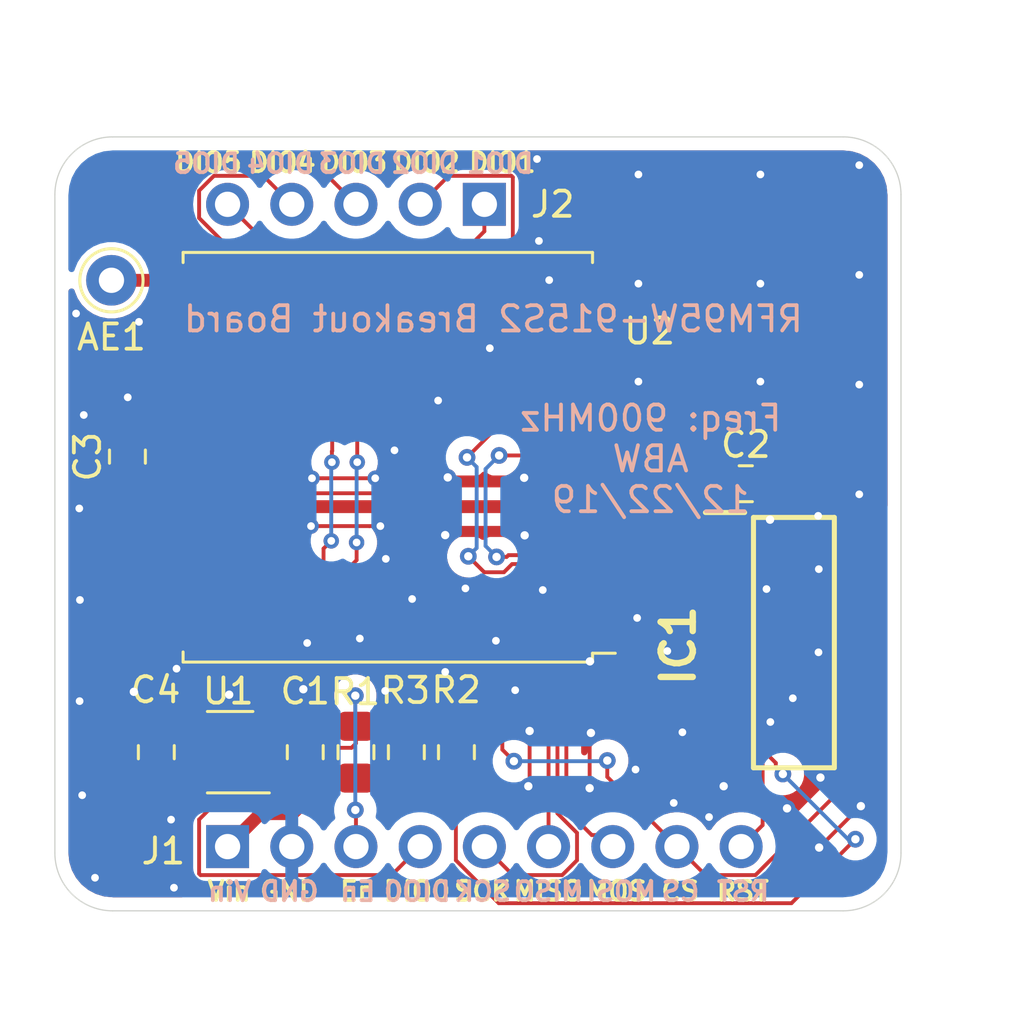
<source format=kicad_pcb>
(kicad_pcb (version 20171130) (host pcbnew "(5.1.4)-1")

  (general
    (thickness 1.6)
    (drawings 38)
    (tracks 309)
    (zones 0)
    (modules 13)
    (nets 28)
  )

  (page A4)
  (layers
    (0 F.Cu signal)
    (31 B.Cu signal)
    (32 B.Adhes user)
    (33 F.Adhes user hide)
    (34 B.Paste user hide)
    (35 F.Paste user)
    (36 B.SilkS user)
    (37 F.SilkS user)
    (38 B.Mask user)
    (39 F.Mask user)
    (40 Dwgs.User user hide)
    (41 Cmts.User user)
    (42 Eco1.User user hide)
    (43 Eco2.User user hide)
    (44 Edge.Cuts user)
    (45 Margin user hide)
    (46 B.CrtYd user hide)
    (47 F.CrtYd user hide)
    (48 B.Fab user hide)
    (49 F.Fab user hide)
  )

  (setup
    (last_trace_width 0.1524)
    (user_trace_width 0.1524)
    (user_trace_width 0.1778)
    (user_trace_width 0.254)
    (user_trace_width 0.3048)
    (user_trace_width 0.381)
    (user_trace_width 0.508)
    (user_trace_width 0.635)
    (user_trace_width 0.889)
    (user_trace_width 1.016)
    (user_trace_width 1.27)
    (user_trace_width 1.905)
    (user_trace_width 2.54)
    (trace_clearance 0.2)
    (zone_clearance 0.508)
    (zone_45_only no)
    (trace_min 0.1524)
    (via_size 0.8)
    (via_drill 0.4)
    (via_min_size 0.4)
    (via_min_drill 0.3)
    (user_via 0.6096 0.3048)
    (user_via 0.6604 0.3302)
    (user_via 0.889 0.381)
    (user_via 1.397 0.635)
    (uvia_size 0.3)
    (uvia_drill 0.1)
    (uvias_allowed no)
    (uvia_min_size 0.2)
    (uvia_min_drill 0.1)
    (edge_width 0.05)
    (segment_width 0.2)
    (pcb_text_width 0.3)
    (pcb_text_size 1.5 1.5)
    (mod_edge_width 0.12)
    (mod_text_size 1 1)
    (mod_text_width 0.15)
    (pad_size 2 2)
    (pad_drill 1)
    (pad_to_mask_clearance 0.051)
    (solder_mask_min_width 0.25)
    (aux_axis_origin 0 0)
    (visible_elements 7FFFFFFF)
    (pcbplotparams
      (layerselection 0x010fc_ffffffff)
      (usegerberextensions false)
      (usegerberattributes false)
      (usegerberadvancedattributes false)
      (creategerberjobfile false)
      (excludeedgelayer true)
      (linewidth 0.100000)
      (plotframeref false)
      (viasonmask false)
      (mode 1)
      (useauxorigin false)
      (hpglpennumber 1)
      (hpglpenspeed 20)
      (hpglpendiameter 15.000000)
      (psnegative false)
      (psa4output false)
      (plotreference true)
      (plotvalue true)
      (plotinvisibletext false)
      (padsonsilk false)
      (subtractmaskfromsilk false)
      (outputformat 1)
      (mirror false)
      (drillshape 1)
      (scaleselection 1)
      (outputdirectory ""))
  )

  (net 0 "")
  (net 1 "Net-(IC1-Pad11)")
  (net 2 "Net-(IC1-Pad12)")
  (net 3 "Net-(IC1-Pad13)")
  (net 4 "Net-(IC1-Pad14)")
  (net 5 "Net-(IC1-Pad15)")
  (net 6 "Net-(IC1-Pad16)")
  (net 7 "Net-(U1-Pad4)")
  (net 8 GND)
  (net 9 Vin)
  (net 10 +3V3)
  (net 11 DIO2)
  (net 12 DIO1)
  (net 13 DIO0)
  (net 14 DIO4)
  (net 15 DIO3)
  (net 16 DIO5)
  (net 17 RST_5V)
  (net 18 CS_5V)
  (net 19 MOSI_5V)
  (net 20 SCK_5V)
  (net 21 EN)
  (net 22 MOSI_3V)
  (net 23 SCK_3V)
  (net 24 RST_3V)
  (net 25 CS_3V)
  (net 26 MISO_3V)
  (net 27 ANT)

  (net_class Default "This is the default net class."
    (clearance 0.2)
    (trace_width 0.25)
    (via_dia 0.8)
    (via_drill 0.4)
    (uvia_dia 0.3)
    (uvia_drill 0.1)
    (add_net +3V3)
    (add_net ANT)
    (add_net CS_3V)
    (add_net CS_5V)
    (add_net DIO0)
    (add_net DIO1)
    (add_net DIO2)
    (add_net DIO3)
    (add_net DIO4)
    (add_net DIO5)
    (add_net EN)
    (add_net GND)
    (add_net MISO_3V)
    (add_net MOSI_3V)
    (add_net MOSI_5V)
    (add_net "Net-(IC1-Pad11)")
    (add_net "Net-(IC1-Pad12)")
    (add_net "Net-(IC1-Pad13)")
    (add_net "Net-(IC1-Pad14)")
    (add_net "Net-(IC1-Pad15)")
    (add_net "Net-(IC1-Pad16)")
    (add_net "Net-(U1-Pad4)")
    (add_net RST_3V)
    (add_net RST_5V)
    (add_net SCK_3V)
    (add_net SCK_5V)
    (add_net Vin)
  )

  (module Connector_PinSocket_2.54mm:PinSocket_1x05_P2.54mm_Vertical (layer F.Cu) (tedit 5DFF7FA2) (tstamp 5DA3B3AF)
    (at 149.352 82.296 270)
    (descr "Through hole straight socket strip, 1x05, 2.54mm pitch, single row (from Kicad 4.0.7), script generated")
    (tags "Through hole socket strip THT 1x05 2.54mm single row")
    (path /5DA51EBE)
    (fp_text reference J2 (at 0 -2.7051) (layer F.SilkS)
      (effects (font (size 1 1) (thickness 0.15)))
    )
    (fp_text value Conn_01x05 (at 0 12.93 90) (layer F.Fab)
      (effects (font (size 1 1) (thickness 0.15)))
    )
    (fp_text user %R (at 0 5.08 180) (layer F.Fab)
      (effects (font (size 1 1) (thickness 0.15)))
    )
    (fp_line (start -1.8 11.9) (end -1.8 -1.8) (layer F.CrtYd) (width 0.05))
    (fp_line (start 1.75 11.9) (end -1.8 11.9) (layer F.CrtYd) (width 0.05))
    (fp_line (start 1.75 -1.8) (end 1.75 11.9) (layer F.CrtYd) (width 0.05))
    (fp_line (start -1.8 -1.8) (end 1.75 -1.8) (layer F.CrtYd) (width 0.05))
    (fp_line (start -1.27 11.43) (end -1.27 -1.27) (layer F.Fab) (width 0.1))
    (fp_line (start 1.27 11.43) (end -1.27 11.43) (layer F.Fab) (width 0.1))
    (fp_line (start 1.27 -0.635) (end 1.27 11.43) (layer F.Fab) (width 0.1))
    (fp_line (start 0.635 -1.27) (end 1.27 -0.635) (layer F.Fab) (width 0.1))
    (fp_line (start -1.27 -1.27) (end 0.635 -1.27) (layer F.Fab) (width 0.1))
    (pad 5 thru_hole oval (at 0 10.16 270) (size 1.7 1.7) (drill 1) (layers *.Cu *.Mask)
      (net 16 DIO5))
    (pad 4 thru_hole oval (at 0 7.62 270) (size 1.7 1.7) (drill 1) (layers *.Cu *.Mask)
      (net 14 DIO4))
    (pad 3 thru_hole oval (at 0 5.08 270) (size 1.7 1.7) (drill 1) (layers *.Cu *.Mask)
      (net 15 DIO3))
    (pad 2 thru_hole oval (at 0 2.54 270) (size 1.7 1.7) (drill 1) (layers *.Cu *.Mask)
      (net 11 DIO2))
    (pad 1 thru_hole rect (at 0 0 270) (size 1.7 1.7) (drill 1) (layers *.Cu *.Mask)
      (net 12 DIO1))
  )

  (module Connector_PinSocket_2.54mm:PinSocket_1x09_P2.54mm_Vertical (layer F.Cu) (tedit 5DFF7F88) (tstamp 5DA3B396)
    (at 139.192 107.696 90)
    (descr "Through hole straight socket strip, 1x09, 2.54mm pitch, single row (from Kicad 4.0.7), script generated")
    (tags "Through hole socket strip THT 1x09 2.54mm single row")
    (path /5DA52E71)
    (fp_text reference J1 (at -0.1778 -2.54) (layer F.SilkS)
      (effects (font (size 1 1) (thickness 0.15)))
    )
    (fp_text value Conn_01x09 (at 0 23.09 90) (layer F.Fab)
      (effects (font (size 1 1) (thickness 0.15)))
    )
    (fp_text user %R (at 0 10.16 180) (layer F.Fab)
      (effects (font (size 1 1) (thickness 0.15)))
    )
    (fp_line (start -1.8 22.1) (end -1.8 -1.8) (layer F.CrtYd) (width 0.05))
    (fp_line (start 1.75 22.1) (end -1.8 22.1) (layer F.CrtYd) (width 0.05))
    (fp_line (start 1.75 -1.8) (end 1.75 22.1) (layer F.CrtYd) (width 0.05))
    (fp_line (start -1.8 -1.8) (end 1.75 -1.8) (layer F.CrtYd) (width 0.05))
    (fp_line (start -1.27 21.59) (end -1.27 -1.27) (layer F.Fab) (width 0.1))
    (fp_line (start 1.27 21.59) (end -1.27 21.59) (layer F.Fab) (width 0.1))
    (fp_line (start 1.27 -0.635) (end 1.27 21.59) (layer F.Fab) (width 0.1))
    (fp_line (start 0.635 -1.27) (end 1.27 -0.635) (layer F.Fab) (width 0.1))
    (fp_line (start -1.27 -1.27) (end 0.635 -1.27) (layer F.Fab) (width 0.1))
    (pad 9 thru_hole oval (at 0 20.32 90) (size 1.7 1.7) (drill 1) (layers *.Cu *.Mask)
      (net 17 RST_5V))
    (pad 8 thru_hole oval (at 0 17.78 90) (size 1.7 1.7) (drill 1) (layers *.Cu *.Mask)
      (net 18 CS_5V))
    (pad 7 thru_hole oval (at 0 15.24 90) (size 1.7 1.7) (drill 1) (layers *.Cu *.Mask)
      (net 19 MOSI_5V))
    (pad 6 thru_hole oval (at 0 12.7 90) (size 1.7 1.7) (drill 1) (layers *.Cu *.Mask)
      (net 26 MISO_3V))
    (pad 5 thru_hole oval (at 0 10.16 90) (size 1.7 1.7) (drill 1) (layers *.Cu *.Mask)
      (net 20 SCK_5V))
    (pad 4 thru_hole oval (at 0 7.62 90) (size 1.7 1.7) (drill 1) (layers *.Cu *.Mask)
      (net 13 DIO0))
    (pad 3 thru_hole oval (at 0 5.08 90) (size 1.7 1.7) (drill 1) (layers *.Cu *.Mask)
      (net 21 EN))
    (pad 2 thru_hole oval (at 0 2.54 90) (size 1.7 1.7) (drill 1) (layers *.Cu *.Mask)
      (net 8 GND))
    (pad 1 thru_hole rect (at 0 0 90) (size 1.7 1.7) (drill 1) (layers *.Cu *.Mask)
      (net 9 Vin))
  )

  (module Resistor_SMD:R_0805_2012Metric_Pad1.15x1.40mm_HandSolder (layer F.Cu) (tedit 5B36C52B) (tstamp 5DA3B3F1)
    (at 146.2659 103.9622 270)
    (descr "Resistor SMD 0805 (2012 Metric), square (rectangular) end terminal, IPC_7351 nominal with elongated pad for handsoldering. (Body size source: https://docs.google.com/spreadsheets/d/1BsfQQcO9C6DZCsRaXUlFlo91Tg2WpOkGARC1WS5S8t0/edit?usp=sharing), generated with kicad-footprint-generator")
    (tags "resistor handsolder")
    (path /5DA4E461)
    (attr smd)
    (fp_text reference R3 (at -2.4384 0.0381) (layer F.SilkS)
      (effects (font (size 1 1) (thickness 0.15)))
    )
    (fp_text value 100k (at 0 1.65 90) (layer F.Fab)
      (effects (font (size 1 1) (thickness 0.15)))
    )
    (fp_text user %R (at 0 0 90) (layer F.Fab)
      (effects (font (size 0.5 0.5) (thickness 0.08)))
    )
    (fp_line (start 1.85 0.95) (end -1.85 0.95) (layer F.CrtYd) (width 0.05))
    (fp_line (start 1.85 -0.95) (end 1.85 0.95) (layer F.CrtYd) (width 0.05))
    (fp_line (start -1.85 -0.95) (end 1.85 -0.95) (layer F.CrtYd) (width 0.05))
    (fp_line (start -1.85 0.95) (end -1.85 -0.95) (layer F.CrtYd) (width 0.05))
    (fp_line (start -0.261252 0.71) (end 0.261252 0.71) (layer F.SilkS) (width 0.12))
    (fp_line (start -0.261252 -0.71) (end 0.261252 -0.71) (layer F.SilkS) (width 0.12))
    (fp_line (start 1 0.6) (end -1 0.6) (layer F.Fab) (width 0.1))
    (fp_line (start 1 -0.6) (end 1 0.6) (layer F.Fab) (width 0.1))
    (fp_line (start -1 -0.6) (end 1 -0.6) (layer F.Fab) (width 0.1))
    (fp_line (start -1 0.6) (end -1 -0.6) (layer F.Fab) (width 0.1))
    (pad 2 smd roundrect (at 1.025 0 270) (size 1.15 1.4) (layers F.Cu F.Paste F.Mask) (roundrect_rratio 0.217391)
      (net 9 Vin))
    (pad 1 smd roundrect (at -1.025 0 270) (size 1.15 1.4) (layers F.Cu F.Paste F.Mask) (roundrect_rratio 0.217391)
      (net 18 CS_5V))
    (model ${KISYS3DMOD}/Resistor_SMD.3dshapes/R_0805_2012Metric.wrl
      (at (xyz 0 0 0))
      (scale (xyz 1 1 1))
      (rotate (xyz 0 0 0))
    )
  )

  (module Resistor_SMD:R_0805_2012Metric_Pad1.15x1.40mm_HandSolder (layer F.Cu) (tedit 5B36C52B) (tstamp 5DA3B3E0)
    (at 148.2471 103.9622 90)
    (descr "Resistor SMD 0805 (2012 Metric), square (rectangular) end terminal, IPC_7351 nominal with elongated pad for handsoldering. (Body size source: https://docs.google.com/spreadsheets/d/1BsfQQcO9C6DZCsRaXUlFlo91Tg2WpOkGARC1WS5S8t0/edit?usp=sharing), generated with kicad-footprint-generator")
    (tags "resistor handsolder")
    (path /5DA4D475)
    (attr smd)
    (fp_text reference R2 (at 2.4638 -0.0127 180) (layer F.SilkS)
      (effects (font (size 1 1) (thickness 0.15)))
    )
    (fp_text value 100k (at 0 1.65 90) (layer F.Fab)
      (effects (font (size 1 1) (thickness 0.15)))
    )
    (fp_text user %R (at 0 0 90) (layer F.Fab)
      (effects (font (size 0.5 0.5) (thickness 0.08)))
    )
    (fp_line (start 1.85 0.95) (end -1.85 0.95) (layer F.CrtYd) (width 0.05))
    (fp_line (start 1.85 -0.95) (end 1.85 0.95) (layer F.CrtYd) (width 0.05))
    (fp_line (start -1.85 -0.95) (end 1.85 -0.95) (layer F.CrtYd) (width 0.05))
    (fp_line (start -1.85 0.95) (end -1.85 -0.95) (layer F.CrtYd) (width 0.05))
    (fp_line (start -0.261252 0.71) (end 0.261252 0.71) (layer F.SilkS) (width 0.12))
    (fp_line (start -0.261252 -0.71) (end 0.261252 -0.71) (layer F.SilkS) (width 0.12))
    (fp_line (start 1 0.6) (end -1 0.6) (layer F.Fab) (width 0.1))
    (fp_line (start 1 -0.6) (end 1 0.6) (layer F.Fab) (width 0.1))
    (fp_line (start -1 -0.6) (end 1 -0.6) (layer F.Fab) (width 0.1))
    (fp_line (start -1 0.6) (end -1 -0.6) (layer F.Fab) (width 0.1))
    (pad 2 smd roundrect (at 1.025 0 90) (size 1.15 1.4) (layers F.Cu F.Paste F.Mask) (roundrect_rratio 0.217391)
      (net 17 RST_5V))
    (pad 1 smd roundrect (at -1.025 0 90) (size 1.15 1.4) (layers F.Cu F.Paste F.Mask) (roundrect_rratio 0.217391)
      (net 9 Vin))
    (model ${KISYS3DMOD}/Resistor_SMD.3dshapes/R_0805_2012Metric.wrl
      (at (xyz 0 0 0))
      (scale (xyz 1 1 1))
      (rotate (xyz 0 0 0))
    )
  )

  (module Connector_Pin:Pin_D1.0mm_L10.0mm (layer F.Cu) (tedit 5DFF7FD0) (tstamp 5DA3A98C)
    (at 134.59714 85.30082)
    (descr "solder Pin_ diameter 1.0mm, hole diameter 1.0mm (press fit), length 10.0mm")
    (tags "solder Pin_ press fit")
    (path /5DA4A7FF)
    (fp_text reference AE1 (at 0 2.25) (layer F.SilkS)
      (effects (font (size 1 1) (thickness 0.15)))
    )
    (fp_text value Antenna (at 0 -2.05) (layer F.Fab)
      (effects (font (size 1 1) (thickness 0.15)))
    )
    (fp_circle (center 0 0) (end 1.25 0.05) (layer F.SilkS) (width 0.12))
    (fp_circle (center 0 0) (end 1 0) (layer F.Fab) (width 0.12))
    (fp_circle (center 0 0) (end 0.5 0) (layer F.Fab) (width 0.12))
    (fp_circle (center 0 0) (end 1.5 0) (layer F.CrtYd) (width 0.05))
    (fp_text user %R (at 0 2.25) (layer F.Fab)
      (effects (font (size 1 1) (thickness 0.15)))
    )
    (pad 1 thru_hole circle (at 0 0) (size 2 2) (drill 1) (layers *.Cu *.Mask)
      (net 27 ANT))
    (model ${KISYS3DMOD}/Connector_Pin.3dshapes/Pin_D1.0mm_L10.0mm.wrl
      (at (xyz 0 0 0))
      (scale (xyz 1 1 1))
      (rotate (xyz 0 0 0))
    )
  )

  (module Resistor_SMD:R_0805_2012Metric_Pad1.15x1.40mm_HandSolder (layer F.Cu) (tedit 5B36C52B) (tstamp 5DA3A265)
    (at 144.272 103.9622 270)
    (descr "Resistor SMD 0805 (2012 Metric), square (rectangular) end terminal, IPC_7351 nominal with elongated pad for handsoldering. (Body size source: https://docs.google.com/spreadsheets/d/1BsfQQcO9C6DZCsRaXUlFlo91Tg2WpOkGARC1WS5S8t0/edit?usp=sharing), generated with kicad-footprint-generator")
    (tags "resistor handsolder")
    (path /5DA35312)
    (attr smd)
    (fp_text reference R1 (at -2.3876 0.0254 180) (layer F.SilkS)
      (effects (font (size 1 1) (thickness 0.15)))
    )
    (fp_text value 100k (at 0 1.65 90) (layer F.Fab)
      (effects (font (size 1 1) (thickness 0.15)))
    )
    (fp_text user %R (at 0 0 90) (layer F.Fab)
      (effects (font (size 0.5 0.5) (thickness 0.08)))
    )
    (fp_line (start 1.85 0.95) (end -1.85 0.95) (layer F.CrtYd) (width 0.05))
    (fp_line (start 1.85 -0.95) (end 1.85 0.95) (layer F.CrtYd) (width 0.05))
    (fp_line (start -1.85 -0.95) (end 1.85 -0.95) (layer F.CrtYd) (width 0.05))
    (fp_line (start -1.85 0.95) (end -1.85 -0.95) (layer F.CrtYd) (width 0.05))
    (fp_line (start -0.261252 0.71) (end 0.261252 0.71) (layer F.SilkS) (width 0.12))
    (fp_line (start -0.261252 -0.71) (end 0.261252 -0.71) (layer F.SilkS) (width 0.12))
    (fp_line (start 1 0.6) (end -1 0.6) (layer F.Fab) (width 0.1))
    (fp_line (start 1 -0.6) (end 1 0.6) (layer F.Fab) (width 0.1))
    (fp_line (start -1 -0.6) (end 1 -0.6) (layer F.Fab) (width 0.1))
    (fp_line (start -1 0.6) (end -1 -0.6) (layer F.Fab) (width 0.1))
    (pad 2 smd roundrect (at 1.025 0 270) (size 1.15 1.4) (layers F.Cu F.Paste F.Mask) (roundrect_rratio 0.217391)
      (net 9 Vin))
    (pad 1 smd roundrect (at -1.025 0 270) (size 1.15 1.4) (layers F.Cu F.Paste F.Mask) (roundrect_rratio 0.217391)
      (net 21 EN))
    (model ${KISYS3DMOD}/Resistor_SMD.3dshapes/R_0805_2012Metric.wrl
      (at (xyz 0 0 0))
      (scale (xyz 1 1 1))
      (rotate (xyz 0 0 0))
    )
  )

  (module Capacitor_SMD:C_0805_2012Metric_Pad1.15x1.40mm_HandSolder (layer F.Cu) (tedit 5B36C52B) (tstamp 5DA3A210)
    (at 136.3726 103.9622 90)
    (descr "Capacitor SMD 0805 (2012 Metric), square (rectangular) end terminal, IPC_7351 nominal with elongated pad for handsoldering. (Body size source: https://docs.google.com/spreadsheets/d/1BsfQQcO9C6DZCsRaXUlFlo91Tg2WpOkGARC1WS5S8t0/edit?usp=sharing), generated with kicad-footprint-generator")
    (tags "capacitor handsolder")
    (path /5DA3D715)
    (attr smd)
    (fp_text reference C4 (at 2.4638 -0.0254) (layer F.SilkS)
      (effects (font (size 1 1) (thickness 0.15)))
    )
    (fp_text value 10uF (at 0 1.65 90) (layer F.Fab)
      (effects (font (size 1 1) (thickness 0.15)))
    )
    (fp_text user %R (at 0 0 90) (layer F.Fab)
      (effects (font (size 0.5 0.5) (thickness 0.08)))
    )
    (fp_line (start 1.85 0.95) (end -1.85 0.95) (layer F.CrtYd) (width 0.05))
    (fp_line (start 1.85 -0.95) (end 1.85 0.95) (layer F.CrtYd) (width 0.05))
    (fp_line (start -1.85 -0.95) (end 1.85 -0.95) (layer F.CrtYd) (width 0.05))
    (fp_line (start -1.85 0.95) (end -1.85 -0.95) (layer F.CrtYd) (width 0.05))
    (fp_line (start -0.261252 0.71) (end 0.261252 0.71) (layer F.SilkS) (width 0.12))
    (fp_line (start -0.261252 -0.71) (end 0.261252 -0.71) (layer F.SilkS) (width 0.12))
    (fp_line (start 1 0.6) (end -1 0.6) (layer F.Fab) (width 0.1))
    (fp_line (start 1 -0.6) (end 1 0.6) (layer F.Fab) (width 0.1))
    (fp_line (start -1 -0.6) (end 1 -0.6) (layer F.Fab) (width 0.1))
    (fp_line (start -1 0.6) (end -1 -0.6) (layer F.Fab) (width 0.1))
    (pad 2 smd roundrect (at 1.025 0 90) (size 1.15 1.4) (layers F.Cu F.Paste F.Mask) (roundrect_rratio 0.217391)
      (net 8 GND))
    (pad 1 smd roundrect (at -1.025 0 90) (size 1.15 1.4) (layers F.Cu F.Paste F.Mask) (roundrect_rratio 0.217391)
      (net 10 +3V3))
    (model ${KISYS3DMOD}/Capacitor_SMD.3dshapes/C_0805_2012Metric.wrl
      (at (xyz 0 0 0))
      (scale (xyz 1 1 1))
      (rotate (xyz 0 0 0))
    )
  )

  (module Capacitor_SMD:C_0805_2012Metric_Pad1.15x1.40mm_HandSolder (layer F.Cu) (tedit 5B36C52B) (tstamp 5DA3A1FF)
    (at 135.2296 92.27312 270)
    (descr "Capacitor SMD 0805 (2012 Metric), square (rectangular) end terminal, IPC_7351 nominal with elongated pad for handsoldering. (Body size source: https://docs.google.com/spreadsheets/d/1BsfQQcO9C6DZCsRaXUlFlo91Tg2WpOkGARC1WS5S8t0/edit?usp=sharing), generated with kicad-footprint-generator")
    (tags "capacitor handsolder")
    (path /5DA43197)
    (attr smd)
    (fp_text reference C3 (at 0.00508 1.5748 90) (layer F.SilkS)
      (effects (font (size 1 1) (thickness 0.15)))
    )
    (fp_text value 10uF (at 0 1.65 90) (layer F.Fab)
      (effects (font (size 1 1) (thickness 0.15)))
    )
    (fp_text user %R (at 0 0 90) (layer F.Fab)
      (effects (font (size 0.5 0.5) (thickness 0.08)))
    )
    (fp_line (start 1.85 0.95) (end -1.85 0.95) (layer F.CrtYd) (width 0.05))
    (fp_line (start 1.85 -0.95) (end 1.85 0.95) (layer F.CrtYd) (width 0.05))
    (fp_line (start -1.85 -0.95) (end 1.85 -0.95) (layer F.CrtYd) (width 0.05))
    (fp_line (start -1.85 0.95) (end -1.85 -0.95) (layer F.CrtYd) (width 0.05))
    (fp_line (start -0.261252 0.71) (end 0.261252 0.71) (layer F.SilkS) (width 0.12))
    (fp_line (start -0.261252 -0.71) (end 0.261252 -0.71) (layer F.SilkS) (width 0.12))
    (fp_line (start 1 0.6) (end -1 0.6) (layer F.Fab) (width 0.1))
    (fp_line (start 1 -0.6) (end 1 0.6) (layer F.Fab) (width 0.1))
    (fp_line (start -1 -0.6) (end 1 -0.6) (layer F.Fab) (width 0.1))
    (fp_line (start -1 0.6) (end -1 -0.6) (layer F.Fab) (width 0.1))
    (pad 2 smd roundrect (at 1.025 0 270) (size 1.15 1.4) (layers F.Cu F.Paste F.Mask) (roundrect_rratio 0.217391)
      (net 10 +3V3))
    (pad 1 smd roundrect (at -1.025 0 270) (size 1.15 1.4) (layers F.Cu F.Paste F.Mask) (roundrect_rratio 0.217391)
      (net 8 GND))
    (model ${KISYS3DMOD}/Capacitor_SMD.3dshapes/C_0805_2012Metric.wrl
      (at (xyz 0 0 0))
      (scale (xyz 1 1 1))
      (rotate (xyz 0 0 0))
    )
  )

  (module Capacitor_SMD:C_0805_2012Metric_Pad1.15x1.40mm_HandSolder (layer F.Cu) (tedit 5B36C52B) (tstamp 5DA3A1EE)
    (at 159.69488 93.345 180)
    (descr "Capacitor SMD 0805 (2012 Metric), square (rectangular) end terminal, IPC_7351 nominal with elongated pad for handsoldering. (Body size source: https://docs.google.com/spreadsheets/d/1BsfQQcO9C6DZCsRaXUlFlo91Tg2WpOkGARC1WS5S8t0/edit?usp=sharing), generated with kicad-footprint-generator")
    (tags "capacitor handsolder")
    (path /5DA3DFDF)
    (attr smd)
    (fp_text reference C2 (at 0 1.5494) (layer F.SilkS)
      (effects (font (size 1 1) (thickness 0.15)))
    )
    (fp_text value 10uF (at 0 1.65) (layer F.Fab)
      (effects (font (size 1 1) (thickness 0.15)))
    )
    (fp_text user %R (at 0 0) (layer F.Fab)
      (effects (font (size 0.5 0.5) (thickness 0.08)))
    )
    (fp_line (start 1.85 0.95) (end -1.85 0.95) (layer F.CrtYd) (width 0.05))
    (fp_line (start 1.85 -0.95) (end 1.85 0.95) (layer F.CrtYd) (width 0.05))
    (fp_line (start -1.85 -0.95) (end 1.85 -0.95) (layer F.CrtYd) (width 0.05))
    (fp_line (start -1.85 0.95) (end -1.85 -0.95) (layer F.CrtYd) (width 0.05))
    (fp_line (start -0.261252 0.71) (end 0.261252 0.71) (layer F.SilkS) (width 0.12))
    (fp_line (start -0.261252 -0.71) (end 0.261252 -0.71) (layer F.SilkS) (width 0.12))
    (fp_line (start 1 0.6) (end -1 0.6) (layer F.Fab) (width 0.1))
    (fp_line (start 1 -0.6) (end 1 0.6) (layer F.Fab) (width 0.1))
    (fp_line (start -1 -0.6) (end 1 -0.6) (layer F.Fab) (width 0.1))
    (fp_line (start -1 0.6) (end -1 -0.6) (layer F.Fab) (width 0.1))
    (pad 2 smd roundrect (at 1.025 0 180) (size 1.15 1.4) (layers F.Cu F.Paste F.Mask) (roundrect_rratio 0.217391)
      (net 10 +3V3))
    (pad 1 smd roundrect (at -1.025 0 180) (size 1.15 1.4) (layers F.Cu F.Paste F.Mask) (roundrect_rratio 0.217391)
      (net 8 GND))
    (model ${KISYS3DMOD}/Capacitor_SMD.3dshapes/C_0805_2012Metric.wrl
      (at (xyz 0 0 0))
      (scale (xyz 1 1 1))
      (rotate (xyz 0 0 0))
    )
  )

  (module Capacitor_SMD:C_0805_2012Metric_Pad1.15x1.40mm_HandSolder (layer F.Cu) (tedit 5B36C52B) (tstamp 5DA3A1DD)
    (at 142.2654 103.9622 90)
    (descr "Capacitor SMD 0805 (2012 Metric), square (rectangular) end terminal, IPC_7351 nominal with elongated pad for handsoldering. (Body size source: https://docs.google.com/spreadsheets/d/1BsfQQcO9C6DZCsRaXUlFlo91Tg2WpOkGARC1WS5S8t0/edit?usp=sharing), generated with kicad-footprint-generator")
    (tags "capacitor handsolder")
    (path /5DA36125)
    (attr smd)
    (fp_text reference C1 (at 2.413 0 180) (layer F.SilkS)
      (effects (font (size 1 1) (thickness 0.15)))
    )
    (fp_text value 10uF (at 0 1.65 90) (layer F.Fab)
      (effects (font (size 1 1) (thickness 0.15)))
    )
    (fp_text user %R (at 0 0 90) (layer F.Fab)
      (effects (font (size 0.5 0.5) (thickness 0.08)))
    )
    (fp_line (start 1.85 0.95) (end -1.85 0.95) (layer F.CrtYd) (width 0.05))
    (fp_line (start 1.85 -0.95) (end 1.85 0.95) (layer F.CrtYd) (width 0.05))
    (fp_line (start -1.85 -0.95) (end 1.85 -0.95) (layer F.CrtYd) (width 0.05))
    (fp_line (start -1.85 0.95) (end -1.85 -0.95) (layer F.CrtYd) (width 0.05))
    (fp_line (start -0.261252 0.71) (end 0.261252 0.71) (layer F.SilkS) (width 0.12))
    (fp_line (start -0.261252 -0.71) (end 0.261252 -0.71) (layer F.SilkS) (width 0.12))
    (fp_line (start 1 0.6) (end -1 0.6) (layer F.Fab) (width 0.1))
    (fp_line (start 1 -0.6) (end 1 0.6) (layer F.Fab) (width 0.1))
    (fp_line (start -1 -0.6) (end 1 -0.6) (layer F.Fab) (width 0.1))
    (fp_line (start -1 0.6) (end -1 -0.6) (layer F.Fab) (width 0.1))
    (pad 2 smd roundrect (at 1.025 0 90) (size 1.15 1.4) (layers F.Cu F.Paste F.Mask) (roundrect_rratio 0.217391)
      (net 8 GND))
    (pad 1 smd roundrect (at -1.025 0 90) (size 1.15 1.4) (layers F.Cu F.Paste F.Mask) (roundrect_rratio 0.217391)
      (net 9 Vin))
    (model ${KISYS3DMOD}/Capacitor_SMD.3dshapes/C_0805_2012Metric.wrl
      (at (xyz 0 0 0))
      (scale (xyz 1 1 1))
      (rotate (xyz 0 0 0))
    )
  )

  (module RF_Module:HOPERF_RFM9XW_SMD (layer F.Cu) (tedit 5C227243) (tstamp 5DA391FE)
    (at 145.53184 92.29852 180)
    (descr "Low Power Long Range Transceiver Module SMD-16 (https://www.hoperf.com/data/upload/portal/20181127/5bfcbea20e9ef.pdf)")
    (tags "LoRa Low Power Long Range Transceiver Module")
    (path /5DA3417F)
    (attr smd)
    (fp_text reference U2 (at -10.36066 4.98602) (layer F.SilkS)
      (effects (font (size 1 1) (thickness 0.15)))
    )
    (fp_text value RFM95W-915S2 (at -0.89916 7.51332) (layer F.Fab)
      (effects (font (size 1 1) (thickness 0.15)))
    )
    (fp_line (start -7 -8) (end -8 -7) (layer F.Fab) (width 0.1))
    (fp_line (start -8.1 -7.75) (end -9 -7.75) (layer F.SilkS) (width 0.12))
    (fp_line (start -8.1 -8.1) (end -8.1 -7.75) (layer F.SilkS) (width 0.12))
    (fp_line (start 8.1 8.1) (end 8.1 7.7) (layer F.SilkS) (width 0.12))
    (fp_line (start -8.1 8.1) (end 8.1 8.1) (layer F.SilkS) (width 0.12))
    (fp_line (start -8.1 7.7) (end -8.1 8.1) (layer F.SilkS) (width 0.12))
    (fp_line (start 8.1 -8.1) (end 8.1 -7.7) (layer F.SilkS) (width 0.12))
    (fp_line (start -8.1 -8.1) (end 8.1 -8.1) (layer F.SilkS) (width 0.12))
    (fp_line (start -9.25 8.25) (end -9.25 -8.25) (layer F.CrtYd) (width 0.05))
    (fp_line (start -9.25 8.25) (end 9.25 8.25) (layer F.CrtYd) (width 0.05))
    (fp_line (start 9.25 -8.25) (end 9.25 8.25) (layer F.CrtYd) (width 0.05))
    (fp_line (start -9.25 -8.25) (end 9.25 -8.25) (layer F.CrtYd) (width 0.05))
    (fp_text user %R (at 0 0) (layer F.Fab)
      (effects (font (size 1 1) (thickness 0.15)))
    )
    (fp_line (start -8 8) (end -8 -7) (layer F.Fab) (width 0.1))
    (fp_line (start -8 8) (end 8 8) (layer F.Fab) (width 0.1))
    (fp_line (start 8 8) (end 8 -8) (layer F.Fab) (width 0.1))
    (fp_line (start -7 -8) (end 8 -8) (layer F.Fab) (width 0.1))
    (pad 16 smd rect (at 8 -7 180) (size 2 1) (layers F.Cu F.Paste F.Mask)
      (net 11 DIO2))
    (pad 15 smd rect (at 8 -5 180) (size 2 1) (layers F.Cu F.Paste F.Mask)
      (net 12 DIO1))
    (pad 14 smd rect (at 8 -3 180) (size 2 1) (layers F.Cu F.Paste F.Mask)
      (net 13 DIO0))
    (pad 13 smd rect (at 8 -1 180) (size 2 1) (layers F.Cu F.Paste F.Mask)
      (net 10 +3V3))
    (pad 12 smd rect (at 8 1 180) (size 2 1) (layers F.Cu F.Paste F.Mask)
      (net 14 DIO4))
    (pad 11 smd rect (at 8 3 180) (size 2 1) (layers F.Cu F.Paste F.Mask)
      (net 15 DIO3))
    (pad 10 smd rect (at 8 5 180) (size 2 1) (layers F.Cu F.Paste F.Mask)
      (net 8 GND))
    (pad 9 smd rect (at 8 7 180) (size 2 1) (layers F.Cu F.Paste F.Mask)
      (net 27 ANT))
    (pad 8 smd rect (at -8 7 180) (size 2 1) (layers F.Cu F.Paste F.Mask)
      (net 8 GND))
    (pad 7 smd rect (at -8 5 180) (size 2 1) (layers F.Cu F.Paste F.Mask)
      (net 16 DIO5))
    (pad 6 smd rect (at -8 3 180) (size 2 1) (layers F.Cu F.Paste F.Mask)
      (net 24 RST_3V))
    (pad 5 smd rect (at -8 1 180) (size 2 1) (layers F.Cu F.Paste F.Mask)
      (net 25 CS_3V))
    (pad 4 smd rect (at -8 -1 180) (size 2 1) (layers F.Cu F.Paste F.Mask)
      (net 23 SCK_3V))
    (pad 3 smd rect (at -8 -3 180) (size 2 1) (layers F.Cu F.Paste F.Mask)
      (net 22 MOSI_3V))
    (pad 2 smd rect (at -8 -5 180) (size 2 1) (layers F.Cu F.Paste F.Mask)
      (net 26 MISO_3V))
    (pad 1 smd rect (at -8 -7 180) (size 2 1) (layers F.Cu F.Paste F.Mask)
      (net 8 GND))
    (model ${KISYS3DMOD}/RF_Module.3dshapes/HOPERF_RFM9XW_SMD.wrl
      (at (xyz 0 0 0))
      (scale (xyz 1 1 1))
      (rotate (xyz 0 0 0))
    )
    (model "D:/AveryW/Assorted Programs/KiCad/SamacSys_Parts.3dshapes/RFM95 LoRa v15.step"
      (offset (xyz -8 8 0))
      (scale (xyz 1 1 1))
      (rotate (xyz -90 0 0))
    )
  )

  (module SOIC127P600X175-16N (layer F.Cu) (tedit 0) (tstamp 5DA38E60)
    (at 161.59988 99.62896)
    (descr soic)
    (tags "Integrated Circuit")
    (path /5DA391B4)
    (attr smd)
    (fp_text reference IC1 (at -4.57708 0.11684 90) (layer F.SilkS)
      (effects (font (size 1.27 1.27) (thickness 0.254)))
    )
    (fp_text value 74HC4050D,652 (at 0 0) (layer F.Fab)
      (effects (font (size 1.27 1.27) (thickness 0.254)))
    )
    (fp_text user %R (at 0 0) (layer F.Fab)
      (effects (font (size 1.27 1.27) (thickness 0.254)))
    )
    (fp_line (start -3.75 -5.25) (end 3.75 -5.25) (layer F.CrtYd) (width 0.05))
    (fp_line (start 3.75 -5.25) (end 3.75 5.25) (layer F.CrtYd) (width 0.05))
    (fp_line (start 3.75 5.25) (end -3.75 5.25) (layer F.CrtYd) (width 0.05))
    (fp_line (start -3.75 5.25) (end -3.75 -5.25) (layer F.CrtYd) (width 0.05))
    (fp_line (start -1.95 -4.95) (end 1.95 -4.95) (layer F.Fab) (width 0.1))
    (fp_line (start 1.95 -4.95) (end 1.95 4.95) (layer F.Fab) (width 0.1))
    (fp_line (start 1.95 4.95) (end -1.95 4.95) (layer F.Fab) (width 0.1))
    (fp_line (start -1.95 4.95) (end -1.95 -4.95) (layer F.Fab) (width 0.1))
    (fp_line (start -1.95 -3.68) (end -0.68 -4.95) (layer F.Fab) (width 0.1))
    (fp_line (start -1.6 -4.95) (end 1.6 -4.95) (layer F.SilkS) (width 0.2))
    (fp_line (start 1.6 -4.95) (end 1.6 4.95) (layer F.SilkS) (width 0.2))
    (fp_line (start 1.6 4.95) (end -1.6 4.95) (layer F.SilkS) (width 0.2))
    (fp_line (start -1.6 4.95) (end -1.6 -4.95) (layer F.SilkS) (width 0.2))
    (fp_line (start -3.5 -5.145) (end -1.95 -5.145) (layer F.SilkS) (width 0.2))
    (pad 1 smd rect (at -2.725 -4.445 90) (size 0.7 1.55) (layers F.Cu F.Paste F.Mask)
      (net 10 +3V3))
    (pad 2 smd rect (at -2.725 -3.175 90) (size 0.7 1.55) (layers F.Cu F.Paste F.Mask)
      (net 22 MOSI_3V))
    (pad 3 smd rect (at -2.725 -1.905 90) (size 0.7 1.55) (layers F.Cu F.Paste F.Mask)
      (net 19 MOSI_5V))
    (pad 4 smd rect (at -2.725 -0.635 90) (size 0.7 1.55) (layers F.Cu F.Paste F.Mask)
      (net 23 SCK_3V))
    (pad 5 smd rect (at -2.725 0.635 90) (size 0.7 1.55) (layers F.Cu F.Paste F.Mask)
      (net 20 SCK_5V))
    (pad 6 smd rect (at -2.725 1.905 90) (size 0.7 1.55) (layers F.Cu F.Paste F.Mask)
      (net 24 RST_3V))
    (pad 7 smd rect (at -2.725 3.175 90) (size 0.7 1.55) (layers F.Cu F.Paste F.Mask)
      (net 17 RST_5V))
    (pad 8 smd rect (at -2.725 4.445 90) (size 0.7 1.55) (layers F.Cu F.Paste F.Mask)
      (net 8 GND))
    (pad 9 smd rect (at 2.725 4.445 90) (size 0.7 1.55) (layers F.Cu F.Paste F.Mask)
      (net 18 CS_5V))
    (pad 10 smd rect (at 2.725 3.175 90) (size 0.7 1.55) (layers F.Cu F.Paste F.Mask)
      (net 25 CS_3V))
    (pad 11 smd rect (at 2.725 1.905 90) (size 0.7 1.55) (layers F.Cu F.Paste F.Mask)
      (net 1 "Net-(IC1-Pad11)"))
    (pad 12 smd rect (at 2.725 0.635 90) (size 0.7 1.55) (layers F.Cu F.Paste F.Mask)
      (net 2 "Net-(IC1-Pad12)"))
    (pad 13 smd rect (at 2.725 -0.635 90) (size 0.7 1.55) (layers F.Cu F.Paste F.Mask)
      (net 3 "Net-(IC1-Pad13)"))
    (pad 14 smd rect (at 2.725 -1.905 90) (size 0.7 1.55) (layers F.Cu F.Paste F.Mask)
      (net 4 "Net-(IC1-Pad14)"))
    (pad 15 smd rect (at 2.725 -3.175 90) (size 0.7 1.55) (layers F.Cu F.Paste F.Mask)
      (net 5 "Net-(IC1-Pad15)"))
    (pad 16 smd rect (at 2.725 -4.445 90) (size 0.7 1.55) (layers F.Cu F.Paste F.Mask)
      (net 6 "Net-(IC1-Pad16)"))
    (model "D:\\AveryW\\Assorted Programs\\KiCad\\SamacSys_Parts.3dshapes\\74HC4050D,652.stp"
      (at (xyz 0 0 0))
      (scale (xyz 1 1 1))
      (rotate (xyz 0 0 0))
    )
  )

  (module Package_TO_SOT_SMD:SOT-23-5 (layer F.Cu) (tedit 5A02FF57) (tstamp 5DA38E75)
    (at 139.2936 103.9622 180)
    (descr "5-pin SOT23 package")
    (tags SOT-23-5)
    (path /5DA34C28)
    (attr smd)
    (fp_text reference U1 (at 0.0762 2.413) (layer F.SilkS)
      (effects (font (size 1 1) (thickness 0.15)))
    )
    (fp_text value AP2112K-3.3 (at 0 2.9) (layer F.Fab)
      (effects (font (size 1 1) (thickness 0.15)))
    )
    (fp_text user %R (at 0 0 90) (layer F.Fab)
      (effects (font (size 0.5 0.5) (thickness 0.075)))
    )
    (fp_line (start -0.9 1.61) (end 0.9 1.61) (layer F.SilkS) (width 0.12))
    (fp_line (start 0.9 -1.61) (end -1.55 -1.61) (layer F.SilkS) (width 0.12))
    (fp_line (start -1.9 -1.8) (end 1.9 -1.8) (layer F.CrtYd) (width 0.05))
    (fp_line (start 1.9 -1.8) (end 1.9 1.8) (layer F.CrtYd) (width 0.05))
    (fp_line (start 1.9 1.8) (end -1.9 1.8) (layer F.CrtYd) (width 0.05))
    (fp_line (start -1.9 1.8) (end -1.9 -1.8) (layer F.CrtYd) (width 0.05))
    (fp_line (start -0.9 -0.9) (end -0.25 -1.55) (layer F.Fab) (width 0.1))
    (fp_line (start 0.9 -1.55) (end -0.25 -1.55) (layer F.Fab) (width 0.1))
    (fp_line (start -0.9 -0.9) (end -0.9 1.55) (layer F.Fab) (width 0.1))
    (fp_line (start 0.9 1.55) (end -0.9 1.55) (layer F.Fab) (width 0.1))
    (fp_line (start 0.9 -1.55) (end 0.9 1.55) (layer F.Fab) (width 0.1))
    (pad 1 smd rect (at -1.1 -0.95 180) (size 1.06 0.65) (layers F.Cu F.Paste F.Mask)
      (net 9 Vin))
    (pad 2 smd rect (at -1.1 0 180) (size 1.06 0.65) (layers F.Cu F.Paste F.Mask)
      (net 8 GND))
    (pad 3 smd rect (at -1.1 0.95 180) (size 1.06 0.65) (layers F.Cu F.Paste F.Mask)
      (net 21 EN))
    (pad 4 smd rect (at 1.1 0.95 180) (size 1.06 0.65) (layers F.Cu F.Paste F.Mask)
      (net 7 "Net-(U1-Pad4)"))
    (pad 5 smd rect (at 1.1 -0.95 180) (size 1.06 0.65) (layers F.Cu F.Paste F.Mask)
      (net 10 +3V3))
    (model ${KISYS3DMOD}/Package_TO_SOT_SMD.3dshapes/SOT-23-5.wrl
      (at (xyz 0 0 0))
      (scale (xyz 1 1 1))
      (rotate (xyz 0 0 0))
    )
  )

  (gr_text "Freq: 900MHz\nABW\n12/22/19" (at 155.9306 92.3671) (layer B.SilkS)
    (effects (font (size 1 1) (thickness 0.15)) (justify mirror))
  )
  (gr_text "RFM95W-915S2 Breakout Board" (at 149.7076 86.8299) (layer B.SilkS)
    (effects (font (size 1 1) (thickness 0.15)) (justify mirror))
  )
  (gr_text DIO3 (at 144.1069 80.6831) (layer B.SilkS) (tstamp 5DFFE61C)
    (effects (font (size 0.75 0.75) (thickness 0.15)) (justify mirror))
  )
  (gr_text DIO4 (at 141.2748 80.6831) (layer B.SilkS) (tstamp 5DFFE61B)
    (effects (font (size 0.75 0.75) (thickness 0.15)) (justify mirror))
  )
  (gr_text DIO2 (at 146.9771 80.6831) (layer B.SilkS) (tstamp 5DFFE61A)
    (effects (font (size 0.75 0.75) (thickness 0.15)) (justify mirror))
  )
  (gr_text DIO1 (at 149.9743 80.6831) (layer B.SilkS) (tstamp 5DFFE619)
    (effects (font (size 0.75 0.75) (thickness 0.15)) (justify mirror))
  )
  (gr_text DIO5 (at 138.3538 80.6831) (layer B.SilkS) (tstamp 5DFFE618)
    (effects (font (size 0.75 0.75) (thickness 0.15)) (justify mirror))
  )
  (gr_text DIO1 (at 150.0632 80.645) (layer F.SilkS) (tstamp 5DFFE4B9)
    (effects (font (size 0.75 0.75) (thickness 0.15)))
  )
  (gr_text DIO2 (at 147.066 80.645) (layer F.SilkS) (tstamp 5DFFE4B9)
    (effects (font (size 0.75 0.75) (thickness 0.15)))
  )
  (gr_text DIO3 (at 144.1958 80.645) (layer F.SilkS) (tstamp 5DFFE4B9)
    (effects (font (size 0.75 0.75) (thickness 0.15)))
  )
  (gr_text DIO4 (at 141.3637 80.645) (layer F.SilkS) (tstamp 5DFFE4B9)
    (effects (font (size 0.75 0.75) (thickness 0.15)))
  )
  (gr_text DIO5 (at 138.4427 80.645) (layer F.SilkS) (tstamp 5DFFE4B9)
    (effects (font (size 0.75 0.75) (thickness 0.15)))
  )
  (gr_text MOSI (at 154.7749 109.474) (layer B.SilkS) (tstamp 5DFFE430)
    (effects (font (size 0.75 0.75) (thickness 0.15)) (justify mirror))
  )
  (gr_text RST (at 159.5882 109.474) (layer B.SilkS) (tstamp 5DFFE42F)
    (effects (font (size 0.75 0.75) (thickness 0.15)) (justify mirror))
  )
  (gr_text SCK (at 149.2885 109.474) (layer B.SilkS) (tstamp 5DFFE42E)
    (effects (font (size 0.75 0.75) (thickness 0.15)) (justify mirror))
  )
  (gr_text CS (at 157.1117 109.474) (layer B.SilkS) (tstamp 5DFFE42D)
    (effects (font (size 0.75 0.75) (thickness 0.15)) (justify mirror))
  )
  (gr_text MISO (at 151.892 109.474) (layer B.SilkS) (tstamp 5DFFE42C)
    (effects (font (size 0.75 0.75) (thickness 0.15)) (justify mirror))
  )
  (gr_text DIO0 (at 146.6977 109.474) (layer B.SilkS) (tstamp 5DFFE42B)
    (effects (font (size 0.75 0.75) (thickness 0.15)) (justify mirror))
  )
  (gr_text En (at 144.3482 109.474) (layer B.SilkS) (tstamp 5DFFE42A)
    (effects (font (size 0.75 0.75) (thickness 0.15)) (justify mirror))
  )
  (gr_text Vin (at 139.2682 109.474) (layer B.SilkS) (tstamp 5DFFE429)
    (effects (font (size 0.75 0.75) (thickness 0.15)) (justify mirror))
  )
  (gr_text GND (at 141.6431 109.474) (layer B.SilkS) (tstamp 5DFFE428)
    (effects (font (size 0.75 0.75) (thickness 0.15)) (justify mirror))
  )
  (gr_text RST (at 159.5755 109.4613) (layer F.SilkS) (tstamp 5DFFE199)
    (effects (font (size 0.75 0.75) (thickness 0.15)))
  )
  (gr_text CS (at 157.099 109.4613) (layer F.SilkS) (tstamp 5DFFE199)
    (effects (font (size 0.75 0.75) (thickness 0.15)))
  )
  (gr_text MOSI (at 154.7622 109.4613) (layer F.SilkS) (tstamp 5DFFE199)
    (effects (font (size 0.75 0.75) (thickness 0.15)))
  )
  (gr_text MISO (at 151.8793 109.4613) (layer F.SilkS) (tstamp 5DFFE199)
    (effects (font (size 0.75 0.75) (thickness 0.15)))
  )
  (gr_text SCK (at 149.2758 109.4613) (layer F.SilkS) (tstamp 5DFFE199)
    (effects (font (size 0.75 0.75) (thickness 0.15)))
  )
  (gr_text DIO0 (at 146.685 109.4613) (layer F.SilkS) (tstamp 5DFFE199)
    (effects (font (size 0.75 0.75) (thickness 0.15)))
  )
  (gr_text En (at 144.3355 109.4613) (layer F.SilkS) (tstamp 5DFFE199)
    (effects (font (size 0.75 0.75) (thickness 0.15)))
  )
  (gr_text GND (at 141.6304 109.4613) (layer F.SilkS)
    (effects (font (size 0.75 0.75) (thickness 0.15)))
  )
  (gr_text Vin (at 139.2555 109.4613) (layer F.SilkS)
    (effects (font (size 0.75 0.75) (thickness 0.15)))
  )
  (gr_arc (start 163.5506 81.915) (end 165.8366 81.915) (angle -90) (layer Edge.Cuts) (width 0.05) (tstamp 5DB64694))
  (gr_line (start 134.6454 79.629) (end 163.5506 79.629) (layer Edge.Cuts) (width 0.05) (tstamp 5DB64693))
  (gr_arc (start 134.6454 81.915) (end 134.6454 79.629) (angle -90) (layer Edge.Cuts) (width 0.05) (tstamp 5DB64692))
  (gr_line (start 132.3594 107.95) (end 132.3594 81.915) (layer Edge.Cuts) (width 0.05) (tstamp 5DB64691))
  (gr_line (start 165.8366 81.915) (end 165.8366 107.95) (layer Edge.Cuts) (width 0.05) (tstamp 5DB64685))
  (gr_arc (start 163.5506 107.95) (end 163.5506 110.236) (angle -90) (layer Edge.Cuts) (width 0.05) (tstamp 5DB64380))
  (gr_arc (start 134.6454 107.95) (end 132.3594 107.95) (angle -90) (layer Edge.Cuts) (width 0.05) (tstamp 5DB64380))
  (gr_line (start 163.5506 110.236) (end 134.6454 110.236) (layer Edge.Cuts) (width 0.05))

  (via (at 160.274 89.3064) (size 0.6096) (drill 0.3048) (layers F.Cu B.Cu) (net 8) (tstamp 5DFFDFAE))
  (via (at 160.274 81.1149) (size 0.6096) (drill 0.3048) (layers F.Cu B.Cu) (net 8) (tstamp 5DFFDFAF))
  (via (at 160.274 85.4329) (size 0.6096) (drill 0.3048) (layers F.Cu B.Cu) (net 8) (tstamp 5DFFDFB0))
  (via (at 162.6489 104.9655) (size 0.6604) (drill 0.3302) (layers F.Cu B.Cu) (net 8) (tstamp 5DB6B4BE))
  (via (at 161.3281 106.1847) (size 0.6604) (drill 0.3302) (layers F.Cu B.Cu) (net 8) (tstamp 5DB6B4BF))
  (via (at 164.2491 106.0958) (size 0.6604) (drill 0.3302) (layers F.Cu B.Cu) (net 8) (tstamp 5DB6B4BE))
  (via (at 162.5981 107.7341) (size 0.6604) (drill 0.3302) (layers F.Cu B.Cu) (net 8) (tstamp 5DB6B4BF))
  (via (at 150.9268 93.11132) (size 0.6604) (drill 0.3302) (layers F.Cu B.Cu) (net 8) (tstamp 5DB6AF54))
  (via (at 139.2555 101.6889) (size 0.6604) (drill 0.3302) (layers F.Cu B.Cu) (net 8))
  (via (at 142.1892 101.473) (size 0.6604) (drill 0.3302) (layers F.Cu B.Cu) (net 8))
  (segment (start 142.2654 101.5492) (end 142.1892 101.473) (width 0.1524) (layer F.Cu) (net 8))
  (segment (start 142.2654 102.9372) (end 142.2654 101.5492) (width 0.1524) (layer F.Cu) (net 8))
  (segment (start 139.2555 102.155873) (end 139.2555 101.6889) (width 0.1524) (layer F.Cu) (net 8))
  (segment (start 139.2555 103.226262) (end 139.2555 102.155873) (width 0.1524) (layer F.Cu) (net 8))
  (segment (start 139.991438 103.9622) (end 139.2555 103.226262) (width 0.1524) (layer F.Cu) (net 8))
  (segment (start 140.3936 103.9622) (end 139.991438 103.9622) (width 0.1524) (layer F.Cu) (net 8))
  (via (at 158.82112 105.3084) (size 0.6604) (drill 0.3302) (layers F.Cu B.Cu) (net 8))
  (segment (start 158.82112 104.12772) (end 158.87488 104.07396) (width 0.1524) (layer F.Cu) (net 8))
  (segment (start 158.82112 105.3084) (end 158.82112 104.12772) (width 0.1524) (layer F.Cu) (net 8))
  (via (at 150.94712 95.38716) (size 0.6604) (drill 0.3302) (layers F.Cu B.Cu) (net 8))
  (via (at 153.52776 100.37064) (size 0.6604) (drill 0.3302) (layers F.Cu B.Cu) (net 8))
  (segment (start 153.52776 99.3026) (end 153.53184 99.29852) (width 0.1524) (layer F.Cu) (net 8))
  (segment (start 153.52776 100.37064) (end 153.52776 99.3026) (width 0.1524) (layer F.Cu) (net 8))
  (segment (start 150.93188 95.37192) (end 150.94712 95.38716) (width 0.1524) (layer F.Cu) (net 8))
  (via (at 147.8026 95.377) (size 0.6604) (drill 0.3302) (layers F.Cu B.Cu) (net 8))
  (segment (start 147.8026 95.377) (end 150.93188 95.37192) (width 0.1524) (layer F.Cu) (net 8))
  (segment (start 150.91156 93.09608) (end 150.9268 93.11132) (width 0.1524) (layer F.Cu) (net 8))
  (via (at 147.9042 93.09608) (size 0.6604) (drill 0.3302) (layers F.Cu B.Cu) (net 8))
  (segment (start 147.9042 93.09608) (end 150.91156 93.09608) (width 0.1524) (layer F.Cu) (net 8))
  (via (at 160.655 94.7674) (size 0.6604) (drill 0.3302) (layers F.Cu B.Cu) (net 8))
  (segment (start 162.5473 104.9655) (end 162.6489 104.9655) (width 0.1524) (layer F.Cu) (net 8))
  (segment (start 161.3281 106.1847) (end 162.5473 104.9655) (width 0.1524) (layer F.Cu) (net 8))
  (segment (start 164.2364 106.0958) (end 164.2491 106.0958) (width 0.1524) (layer F.Cu) (net 8))
  (segment (start 162.5981 107.7341) (end 164.2364 106.0958) (width 0.1524) (layer F.Cu) (net 8))
  (via (at 135.4836 101.5746) (size 0.6604) (drill 0.3302) (layers F.Cu B.Cu) (net 8))
  (segment (start 135.4836 102.0482) (end 136.3726 102.9372) (width 0.1524) (layer F.Cu) (net 8))
  (segment (start 135.4836 101.5746) (end 135.4836 102.0482) (width 0.1524) (layer F.Cu) (net 8))
  (via (at 153.5684 103.2002) (size 0.6604) (drill 0.3302) (layers F.Cu B.Cu) (net 8))
  (via (at 153.5176 105.3846) (size 0.6604) (drill 0.3302) (layers F.Cu B.Cu) (net 8))
  (via (at 135.2423 89.9287) (size 0.6096) (drill 0.3048) (layers F.Cu B.Cu) (net 8))
  (via (at 151.9174 85.2932) (size 0.6096) (drill 0.3048) (layers F.Cu B.Cu) (net 8))
  (via (at 142.5321 93.1291) (size 0.6096) (drill 0.3048) (layers F.Cu B.Cu) (net 8))
  (via (at 145.034 93.1291) (size 0.6096) (drill 0.3048) (layers F.Cu B.Cu) (net 8))
  (segment (start 142.963152 93.1291) (end 145.034 93.1291) (width 0.1524) (layer F.Cu) (net 8))
  (segment (start 142.5321 93.1291) (end 142.963152 93.1291) (width 0.1524) (layer F.Cu) (net 8))
  (via (at 142.494 95.0214) (size 0.6096) (drill 0.3048) (layers F.Cu B.Cu) (net 8))
  (via (at 145.2372 95.0214) (size 0.6096) (drill 0.3048) (layers F.Cu B.Cu) (net 8))
  (segment (start 144.806148 95.0214) (end 142.494 95.0214) (width 0.1524) (layer F.Cu) (net 8))
  (segment (start 145.2372 95.0214) (end 144.806148 95.0214) (width 0.1524) (layer F.Cu) (net 8))
  (segment (start 151.1427 103.124) (end 151.1427 105.2576) (width 0.1524) (layer F.Cu) (net 8))
  (via (at 151.1427 103.124) (size 0.6604) (drill 0.3302) (layers F.Cu B.Cu) (net 8))
  (via (at 151.0919 105.3084) (size 0.6604) (drill 0.3302) (layers F.Cu B.Cu) (net 8))
  (segment (start 153.5176 103.251) (end 153.5684 103.2002) (width 0.1524) (layer F.Cu) (net 8))
  (segment (start 153.5176 105.3846) (end 153.5176 103.251) (width 0.1524) (layer F.Cu) (net 8))
  (segment (start 160.71988 94.70252) (end 160.655 94.7674) (width 0.1524) (layer F.Cu) (net 8))
  (segment (start 160.71988 93.345) (end 160.71988 94.70252) (width 0.1524) (layer F.Cu) (net 8))
  (via (at 133.1976 86.614) (size 0.6096) (drill 0.3048) (layers F.Cu B.Cu) (net 8))
  (via (at 135.6868 86.9442) (size 0.6096) (drill 0.3048) (layers F.Cu B.Cu) (net 8))
  (via (at 133.5024 90.6272) (size 0.6096) (drill 0.3048) (layers F.Cu B.Cu) (net 8))
  (via (at 133.3246 94.3229) (size 0.6096) (drill 0.3048) (layers F.Cu B.Cu) (net 8))
  (via (at 133.35 97.9424) (size 0.6096) (drill 0.3048) (layers F.Cu B.Cu) (net 8))
  (via (at 133.3373 101.9429) (size 0.6096) (drill 0.3048) (layers F.Cu B.Cu) (net 8))
  (via (at 133.4389 105.664) (size 0.6096) (drill 0.3048) (layers F.Cu B.Cu) (net 8))
  (via (at 136.9568 106.6292) (size 0.6096) (drill 0.3048) (layers F.Cu B.Cu) (net 8))
  (via (at 133.9469 108.9279) (size 0.6096) (drill 0.3048) (layers F.Cu B.Cu) (net 8))
  (via (at 137.0711 109.3216) (size 0.6096) (drill 0.3048) (layers F.Cu B.Cu) (net 8))
  (via (at 155.3972 98.6536) (size 0.6096) (drill 0.3048) (layers F.Cu B.Cu) (net 8))
  (via (at 156.591 99.9617) (size 0.6096) (drill 0.3048) (layers F.Cu B.Cu) (net 8))
  (via (at 161.5567 101.8286) (size 0.6096) (drill 0.3048) (layers F.Cu B.Cu) (net 8))
  (via (at 160.6677 102.7684) (size 0.6096) (drill 0.3048) (layers F.Cu B.Cu) (net 8))
  (via (at 157.1879 103.1748) (size 0.6096) (drill 0.3048) (layers F.Cu B.Cu) (net 8))
  (via (at 155.3337 104.648) (size 0.6096) (drill 0.3048) (layers F.Cu B.Cu) (net 8))
  (via (at 156.845 105.9688) (size 0.6096) (drill 0.3048) (layers F.Cu B.Cu) (net 8))
  (via (at 158.242 106.5276) (size 0.6096) (drill 0.3048) (layers F.Cu B.Cu) (net 8))
  (via (at 137.1727 100.6602) (size 0.6096) (drill 0.3048) (layers F.Cu B.Cu) (net 8))
  (via (at 142.3416 99.6442) (size 0.6096) (drill 0.3048) (layers F.Cu B.Cu) (net 8))
  (via (at 145.4531 96.3168) (size 0.6096) (drill 0.3048) (layers F.Cu B.Cu) (net 8))
  (via (at 144.4244 99.4664) (size 0.6096) (drill 0.3048) (layers F.Cu B.Cu) (net 8))
  (via (at 146.4945 97.9043) (size 0.6096) (drill 0.3048) (layers F.Cu B.Cu) (net 8))
  (via (at 148.6027 97.4852) (size 0.6096) (drill 0.3048) (layers F.Cu B.Cu) (net 8))
  (via (at 151.6634 97.5487) (size 0.6096) (drill 0.3048) (layers F.Cu B.Cu) (net 8))
  (via (at 145.4277 101.5365) (size 0.6096) (drill 0.3048) (layers F.Cu B.Cu) (net 8))
  (via (at 147.8026 100.7872) (size 0.6096) (drill 0.3048) (layers F.Cu B.Cu) (net 8))
  (via (at 150.5712 101.5111) (size 0.6096) (drill 0.3048) (layers F.Cu B.Cu) (net 8))
  (via (at 149.8092 99.5553) (size 0.6096) (drill 0.3048) (layers F.Cu B.Cu) (net 8))
  (via (at 160.5153 97.5106) (size 0.6096) (drill 0.3048) (layers F.Cu B.Cu) (net 8))
  (via (at 162.56 94.615) (size 0.6096) (drill 0.3048) (layers F.Cu B.Cu) (net 8))
  (via (at 162.5854 96.7232) (size 0.6096) (drill 0.3048) (layers F.Cu B.Cu) (net 8))
  (via (at 162.5727 100.0125) (size 0.6096) (drill 0.3048) (layers F.Cu B.Cu) (net 8))
  (via (at 151.4348 80.5053) (size 0.6096) (drill 0.3048) (layers F.Cu B.Cu) (net 8))
  (via (at 164.1856 80.7466) (size 0.6096) (drill 0.3048) (layers F.Cu B.Cu) (net 8))
  (via (at 151.511 83.7438) (size 0.6096) (drill 0.3048) (layers F.Cu B.Cu) (net 8))
  (via (at 164.1856 85.085766) (size 0.6096) (drill 0.3048) (layers F.Cu B.Cu) (net 8))
  (via (at 164.1856 93.7641) (size 0.6096) (drill 0.3048) (layers F.Cu B.Cu) (net 8))
  (via (at 164.1856 89.424932) (size 0.6096) (drill 0.3048) (layers F.Cu B.Cu) (net 8))
  (via (at 155.448 89.3064) (size 0.6096) (drill 0.3048) (layers F.Cu B.Cu) (net 8))
  (via (at 155.448 85.4329) (size 0.6096) (drill 0.3048) (layers F.Cu B.Cu) (net 8))
  (via (at 155.448 81.1149) (size 0.6096) (drill 0.3048) (layers F.Cu B.Cu) (net 8))
  (via (at 145.796 92.0242) (size 0.6096) (drill 0.3048) (layers F.Cu B.Cu) (net 8))
  (via (at 147.5232 90.0557) (size 0.6096) (drill 0.3048) (layers F.Cu B.Cu) (net 8))
  (via (at 149.5679 87.9856) (size 0.6096) (drill 0.3048) (layers F.Cu B.Cu) (net 8))
  (segment (start 140.496001 106.391999) (end 141.766001 106.391999) (width 0.508) (layer F.Cu) (net 9))
  (segment (start 139.192 107.696) (end 140.496001 106.391999) (width 0.508) (layer F.Cu) (net 9))
  (segment (start 142.2654 105.8926) (end 142.2654 104.9872) (width 0.508) (layer F.Cu) (net 9))
  (segment (start 141.766001 106.391999) (end 142.2654 105.8926) (width 0.508) (layer F.Cu) (net 9))
  (segment (start 142.2654 104.9872) (end 144.272 104.9872) (width 0.508) (layer F.Cu) (net 9))
  (segment (start 140.4686 104.9872) (end 140.3936 104.9122) (width 0.508) (layer F.Cu) (net 9))
  (segment (start 142.2654 104.9872) (end 140.4686 104.9872) (width 0.508) (layer F.Cu) (net 9))
  (segment (start 144.272 104.9872) (end 146.2659 104.9872) (width 0.508) (layer F.Cu) (net 9))
  (segment (start 146.2659 104.9872) (end 148.2471 104.9872) (width 0.508) (layer F.Cu) (net 9))
  (segment (start 138.1186 104.9872) (end 138.1936 104.9122) (width 0.508) (layer F.Cu) (net 10))
  (segment (start 136.3726 104.9872) (end 138.1186 104.9872) (width 0.508) (layer F.Cu) (net 10))
  (segment (start 137.53144 93.29812) (end 137.53184 93.29852) (width 0.508) (layer F.Cu) (net 10))
  (segment (start 135.2296 93.29812) (end 137.53144 93.29812) (width 0.508) (layer F.Cu) (net 10))
  (segment (start 158.046508 93.968372) (end 158.66988 93.345) (width 0.508) (layer F.Cu) (net 10))
  (segment (start 157.762359 94.252521) (end 158.046508 93.968372) (width 0.508) (layer F.Cu) (net 10))
  (segment (start 139.993841 94.252521) (end 157.762359 94.252521) (width 0.508) (layer F.Cu) (net 10))
  (segment (start 139.03984 93.29852) (end 139.993841 94.252521) (width 0.508) (layer F.Cu) (net 10))
  (segment (start 137.53184 93.29852) (end 139.03984 93.29852) (width 0.508) (layer F.Cu) (net 10))
  (segment (start 158.66988 94.97896) (end 158.87488 95.18396) (width 0.508) (layer F.Cu) (net 10))
  (segment (start 158.66988 93.345) (end 158.66988 94.97896) (width 0.508) (layer F.Cu) (net 10))
  (segment (start 134.7814 104.9872) (end 134.5184 104.7242) (width 0.508) (layer F.Cu) (net 10))
  (segment (start 136.3726 104.9872) (end 134.7814 104.9872) (width 0.508) (layer F.Cu) (net 10))
  (segment (start 134.5184 94.00932) (end 135.2296 93.29812) (width 0.508) (layer F.Cu) (net 10))
  (segment (start 134.5184 104.7242) (end 134.5184 94.00932) (width 0.508) (layer F.Cu) (net 10))
  (segment (start 147.661999 81.446001) (end 146.812 82.296) (width 0.1524) (layer F.Cu) (net 11))
  (segment (start 147.938201 81.169799) (end 147.661999 81.446001) (width 0.1524) (layer F.Cu) (net 11))
  (segment (start 150.422961 81.169799) (end 147.938201 81.169799) (width 0.1524) (layer F.Cu) (net 11))
  (segment (start 150.478201 81.225039) (end 150.422961 81.169799) (width 0.1524) (layer F.Cu) (net 11))
  (segment (start 150.478201 85.055999) (end 150.478201 81.225039) (width 0.1524) (layer F.Cu) (net 11))
  (via (at 144.3228 92.4941) (size 0.6096) (drill 0.3048) (layers F.Cu B.Cu) (net 11))
  (via (at 144.2974 95.6691) (size 0.6096) (drill 0.3048) (layers F.Cu B.Cu) (net 11))
  (segment (start 141.36648 99.29852) (end 137.53184 99.29852) (width 0.1524) (layer F.Cu) (net 11))
  (segment (start 144.2974 92.5195) (end 144.3228 92.4941) (width 0.1524) (layer B.Cu) (net 11))
  (segment (start 144.2974 95.6691) (end 144.2974 92.5195) (width 0.1524) (layer B.Cu) (net 11))
  (segment (start 144.2974 96.3676) (end 144.2974 95.6691) (width 0.1524) (layer F.Cu) (net 11))
  (segment (start 141.36648 99.29852) (end 144.2974 96.3676) (width 0.1524) (layer F.Cu) (net 11))
  (segment (start 144.3228 91.2114) (end 150.478201 85.055999) (width 0.1524) (layer F.Cu) (net 11))
  (segment (start 144.3228 92.4941) (end 144.3228 91.2114) (width 0.1524) (layer F.Cu) (net 11))
  (segment (start 149.352 83.36328) (end 149.352 82.296) (width 0.1524) (layer F.Cu) (net 12))
  (segment (start 143.3322 89.38308) (end 149.352 83.36328) (width 0.1524) (layer F.Cu) (net 12))
  (via (at 143.3195 92.4941) (size 0.6096) (drill 0.3048) (layers F.Cu B.Cu) (net 12))
  (segment (start 142.17268 97.29852) (end 137.53184 97.29852) (width 0.1524) (layer F.Cu) (net 12))
  (via (at 143.2941 95.6056) (size 0.6096) (drill 0.3048) (layers F.Cu B.Cu) (net 12))
  (segment (start 143.2941 92.5195) (end 143.3195 92.4941) (width 0.1524) (layer B.Cu) (net 12))
  (segment (start 143.2941 95.6056) (end 143.2941 92.5195) (width 0.1524) (layer B.Cu) (net 12))
  (segment (start 142.989301 96.481899) (end 142.17268 97.29852) (width 0.1524) (layer F.Cu) (net 12))
  (segment (start 142.989301 95.910399) (end 142.989301 96.481899) (width 0.1524) (layer F.Cu) (net 12))
  (segment (start 143.2941 95.6056) (end 142.989301 95.910399) (width 0.1524) (layer F.Cu) (net 12))
  (segment (start 143.3322 92.050348) (end 143.3322 89.38308) (width 0.1524) (layer F.Cu) (net 12))
  (segment (start 143.3195 92.063048) (end 143.3322 92.050348) (width 0.1524) (layer F.Cu) (net 12))
  (segment (start 143.3195 92.4941) (end 143.3195 92.063048) (width 0.1524) (layer F.Cu) (net 12))
  (segment (start 138.121039 108.822201) (end 145.685799 108.822201) (width 0.1524) (layer F.Cu) (net 13))
  (segment (start 138.065799 108.766961) (end 138.121039 108.822201) (width 0.1524) (layer F.Cu) (net 13))
  (segment (start 138.065799 106.625039) (end 138.065799 108.766961) (width 0.1524) (layer F.Cu) (net 13))
  (segment (start 138.999801 105.691037) (end 138.065799 106.625039) (width 0.1524) (layer F.Cu) (net 13))
  (segment (start 138.999801 104.366239) (end 138.999801 105.691037) (width 0.1524) (layer F.Cu) (net 13))
  (segment (start 145.962001 108.545999) (end 146.812 107.696) (width 0.1524) (layer F.Cu) (net 13))
  (segment (start 137.387399 102.432823) (end 137.387399 103.529199) (width 0.1524) (layer F.Cu) (net 13))
  (segment (start 138.944561 104.310999) (end 138.999801 104.366239) (width 0.1524) (layer F.Cu) (net 13))
  (segment (start 138.169199 104.310999) (end 138.944561 104.310999) (width 0.1524) (layer F.Cu) (net 13))
  (segment (start 136.255639 101.301063) (end 137.387399 102.432823) (width 0.1524) (layer F.Cu) (net 13))
  (segment (start 145.685799 108.822201) (end 145.962001 108.545999) (width 0.1524) (layer F.Cu) (net 13))
  (segment (start 136.255639 96.074721) (end 136.255639 101.301063) (width 0.1524) (layer F.Cu) (net 13))
  (segment (start 137.387399 103.529199) (end 138.169199 104.310999) (width 0.1524) (layer F.Cu) (net 13))
  (segment (start 137.03184 95.29852) (end 136.255639 96.074721) (width 0.1524) (layer F.Cu) (net 13))
  (segment (start 137.53184 95.29852) (end 137.03184 95.29852) (width 0.1524) (layer F.Cu) (net 13))
  (segment (start 138.03184 91.29852) (end 139.295639 90.034721) (width 0.1524) (layer F.Cu) (net 14))
  (segment (start 137.53184 91.29852) (end 138.03184 91.29852) (width 0.1524) (layer F.Cu) (net 14))
  (segment (start 140.882001 81.446001) (end 141.732 82.296) (width 0.1524) (layer F.Cu) (net 14))
  (segment (start 140.605799 81.169799) (end 140.882001 81.446001) (width 0.1524) (layer F.Cu) (net 14))
  (segment (start 138.065799 81.755423) (end 138.651423 81.169799) (width 0.1524) (layer F.Cu) (net 14))
  (segment (start 138.065799 82.836577) (end 138.065799 81.755423) (width 0.1524) (layer F.Cu) (net 14))
  (segment (start 138.651423 81.169799) (end 140.605799 81.169799) (width 0.1524) (layer F.Cu) (net 14))
  (segment (start 139.295639 84.066417) (end 138.065799 82.836577) (width 0.1524) (layer F.Cu) (net 14))
  (segment (start 139.295639 90.034721) (end 139.295639 84.066417) (width 0.1524) (layer F.Cu) (net 14))
  (segment (start 138.03184 89.29852) (end 138.85672 88.47364) (width 0.1524) (layer F.Cu) (net 15))
  (segment (start 137.53184 89.29852) (end 138.03184 89.29852) (width 0.1524) (layer F.Cu) (net 15))
  (segment (start 143.422001 81.446001) (end 144.272 82.296) (width 0.1524) (layer F.Cu) (net 15))
  (segment (start 138.50545 80.817389) (end 142.793389 80.817389) (width 0.1524) (layer F.Cu) (net 15))
  (segment (start 142.793389 80.817389) (end 143.422001 81.446001) (width 0.1524) (layer F.Cu) (net 15))
  (segment (start 137.713389 82.98255) (end 137.713389 81.60945) (width 0.1524) (layer F.Cu) (net 15))
  (segment (start 138.85672 84.125881) (end 137.713389 82.98255) (width 0.1524) (layer F.Cu) (net 15))
  (segment (start 137.713389 81.60945) (end 138.50545 80.817389) (width 0.1524) (layer F.Cu) (net 15))
  (segment (start 138.85672 88.47364) (end 138.85672 84.125881) (width 0.1524) (layer F.Cu) (net 15))
  (segment (start 152.37944 87.29852) (end 153.53184 87.29852) (width 0.1524) (layer F.Cu) (net 16))
  (segment (start 145.955649 93.722311) (end 152.37944 87.29852) (width 0.1524) (layer F.Cu) (net 16))
  (segment (start 142.299811 93.722311) (end 145.955649 93.722311) (width 0.1524) (layer F.Cu) (net 16))
  (segment (start 140.42184 91.84434) (end 142.299811 93.722311) (width 0.1524) (layer F.Cu) (net 16))
  (segment (start 139.192 82.296) (end 140.42184 83.52584) (width 0.1524) (layer F.Cu) (net 16))
  (segment (start 140.42184 83.52584) (end 140.42184 91.84434) (width 0.1524) (layer F.Cu) (net 16))
  (segment (start 159.29988 102.80396) (end 158.87488 102.80396) (width 0.1524) (layer F.Cu) (net 17))
  (segment (start 160.361999 103.866079) (end 159.29988 102.80396) (width 0.1524) (layer F.Cu) (net 17))
  (segment (start 160.361999 106.846001) (end 160.361999 106.414201) (width 0.1524) (layer F.Cu) (net 17))
  (segment (start 159.512 107.696) (end 160.361999 106.846001) (width 0.1524) (layer F.Cu) (net 17))
  (segment (start 160.361999 106.414201) (end 160.361999 105.957001) (width 0.1524) (layer F.Cu) (net 17) (tstamp 5DB6B3F8))
  (segment (start 160.361999 105.957001) (end 160.361999 103.866079) (width 0.1524) (layer F.Cu) (net 17) (tstamp 5DB6B437))
  (via (at 164.0332 107.4039) (size 0.6604) (drill 0.3302) (layers F.Cu B.Cu) (net 17))
  (segment (start 163.7411 107.4039) (end 164.0332 107.4039) (width 0.1524) (layer B.Cu) (net 17))
  (segment (start 161.163 104.8258) (end 163.7411 107.4039) (width 0.1524) (layer B.Cu) (net 17))
  (segment (start 160.883601 104.387681) (end 160.361999 103.866079) (width 0.1524) (layer F.Cu) (net 17))
  (segment (start 160.883601 104.546401) (end 160.883601 104.387681) (width 0.1524) (layer F.Cu) (net 17))
  (via (at 161.163 104.8258) (size 0.6604) (drill 0.3302) (layers F.Cu B.Cu) (net 17))
  (segment (start 161.163 104.8258) (end 160.883601 104.546401) (width 0.1524) (layer F.Cu) (net 17))
  (segment (start 164.0332 107.4039) (end 161.50231 109.93479) (width 0.1524) (layer F.Cu) (net 17))
  (segment (start 148.870472 103.560572) (end 148.2471 102.9372) (width 0.1524) (layer F.Cu) (net 17))
  (segment (start 149.22331 105.530166) (end 149.22331 103.91341) (width 0.1524) (layer F.Cu) (net 17))
  (segment (start 149.22331 103.91341) (end 148.870472 103.560572) (width 0.1524) (layer F.Cu) (net 17))
  (segment (start 148.225799 106.527677) (end 149.22331 105.530166) (width 0.1524) (layer F.Cu) (net 17))
  (segment (start 148.225799 108.236577) (end 148.225799 106.527677) (width 0.1524) (layer F.Cu) (net 17))
  (segment (start 149.924012 109.93479) (end 148.225799 108.236577) (width 0.1524) (layer F.Cu) (net 17))
  (segment (start 161.50231 109.93479) (end 149.924012 109.93479) (width 0.1524) (layer F.Cu) (net 17))
  (segment (start 164.32488 104.57636) (end 164.32488 104.07396) (width 0.1524) (layer F.Cu) (net 18))
  (segment (start 160.079039 108.822201) (end 164.32488 104.57636) (width 0.1524) (layer F.Cu) (net 18))
  (segment (start 156.972 107.696) (end 158.098201 108.822201) (width 0.1524) (layer F.Cu) (net 18))
  (segment (start 158.098201 108.822201) (end 160.079039 108.822201) (width 0.1524) (layer F.Cu) (net 18))
  (via (at 150.5204 104.3178) (size 0.6604) (drill 0.3302) (layers F.Cu B.Cu) (net 18))
  (segment (start 150.0632 103.8606) (end 150.5204 104.3178) (width 0.1524) (layer F.Cu) (net 18))
  (segment (start 150.0632 103.234124) (end 150.0632 103.8606) (width 0.1524) (layer F.Cu) (net 18))
  (segment (start 148.915066 102.08599) (end 150.0632 103.234124) (width 0.1524) (layer F.Cu) (net 18))
  (segment (start 146.2659 102.9372) (end 147.11711 102.08599) (width 0.1524) (layer F.Cu) (net 18))
  (segment (start 147.11711 102.08599) (end 148.915066 102.08599) (width 0.1524) (layer F.Cu) (net 18))
  (via (at 154.2161 104.2924) (size 0.6604) (drill 0.3302) (layers F.Cu B.Cu) (net 18))
  (segment (start 154.2161 104.9401) (end 154.2161 104.2924) (width 0.1524) (layer F.Cu) (net 18))
  (segment (start 156.972 107.696) (end 154.2161 104.9401) (width 0.1524) (layer F.Cu) (net 18))
  (segment (start 154.1907 104.3178) (end 154.2161 104.2924) (width 0.1524) (layer B.Cu) (net 18))
  (segment (start 150.5204 104.3178) (end 154.1907 104.3178) (width 0.1524) (layer B.Cu) (net 18))
  (segment (start 153.9748 107.2388) (end 154.432 107.696) (width 0.1524) (layer F.Cu) (net 19))
  (segment (start 153.59996 107.2388) (end 153.9748 107.2388) (width 0.1524) (layer F.Cu) (net 19))
  (segment (start 152.59682 102.26678) (end 152.59682 106.23566) (width 0.1524) (layer F.Cu) (net 19))
  (segment (start 159.870841 102.160161) (end 152.703439 102.160161) (width 0.1524) (layer F.Cu) (net 19))
  (segment (start 159.29988 97.72396) (end 160.83788 99.26196) (width 0.1524) (layer F.Cu) (net 19))
  (segment (start 158.87488 97.72396) (end 159.29988 97.72396) (width 0.1524) (layer F.Cu) (net 19))
  (segment (start 160.83788 99.26196) (end 160.83788 101.18852) (width 0.1524) (layer F.Cu) (net 19))
  (segment (start 160.83788 101.18852) (end 159.926081 102.100319) (width 0.1524) (layer F.Cu) (net 19))
  (segment (start 152.703439 102.160161) (end 152.59682 102.26678) (width 0.1524) (layer F.Cu) (net 19))
  (segment (start 159.926081 102.100319) (end 159.926081 102.104921) (width 0.1524) (layer F.Cu) (net 19))
  (segment (start 152.59682 106.23566) (end 153.59996 107.2388) (width 0.1524) (layer F.Cu) (net 19))
  (segment (start 159.926081 102.104921) (end 159.870841 102.160161) (width 0.1524) (layer F.Cu) (net 19))
  (segment (start 158.44988 100.26396) (end 158.87488 100.26396) (width 0.1524) (layer F.Cu) (net 20))
  (segment (start 150.478201 108.822201) (end 152.432577 108.822201) (width 0.1524) (layer F.Cu) (net 20))
  (segment (start 149.352 107.696) (end 150.478201 108.822201) (width 0.1524) (layer F.Cu) (net 20))
  (segment (start 157.94748 100.26396) (end 157.04324 101.1682) (width 0.1524) (layer F.Cu) (net 20))
  (segment (start 158.87488 100.26396) (end 157.94748 100.26396) (width 0.1524) (layer F.Cu) (net 20))
  (segment (start 157.04324 101.1682) (end 152.24441 101.1682) (width 0.1524) (layer F.Cu) (net 20))
  (segment (start 152.24441 101.1682) (end 152.24441 106.381632) (width 0.1524) (layer F.Cu) (net 20))
  (segment (start 153.018201 107.155423) (end 152.24441 106.381632) (width 0.1524) (layer F.Cu) (net 20))
  (segment (start 153.018201 108.236577) (end 153.018201 107.155423) (width 0.1524) (layer F.Cu) (net 20))
  (segment (start 152.432577 108.822201) (end 153.018201 108.236577) (width 0.1524) (layer F.Cu) (net 20))
  (via (at 144.2466 106.2482) (size 0.6604) (drill 0.3302) (layers F.Cu B.Cu) (net 21))
  (segment (start 140.795762 103.0122) (end 140.3936 103.0122) (width 0.1524) (layer F.Cu) (net 21))
  (segment (start 141.571972 103.78841) (end 140.795762 103.0122) (width 0.1524) (layer F.Cu) (net 21))
  (segment (start 144.09579 103.78841) (end 141.571972 103.78841) (width 0.1524) (layer F.Cu) (net 21))
  (segment (start 144.272 103.6122) (end 144.09579 103.78841) (width 0.1524) (layer F.Cu) (net 21))
  (segment (start 144.272 102.9372) (end 144.272 103.6122) (width 0.1524) (layer F.Cu) (net 21))
  (segment (start 144.272 106.2736) (end 144.2466 106.2482) (width 0.1524) (layer F.Cu) (net 21))
  (segment (start 144.272 107.696) (end 144.272 106.2736) (width 0.1524) (layer F.Cu) (net 21))
  (via (at 144.2466 101.727) (size 0.6604) (drill 0.3302) (layers F.Cu B.Cu) (net 21))
  (segment (start 144.2466 101.8032) (end 144.2466 106.2482) (width 0.1524) (layer B.Cu) (net 21))
  (segment (start 144.2466 101.727) (end 144.2466 101.8032) (width 0.1524) (layer B.Cu) (net 21))
  (segment (start 144.2466 102.9118) (end 144.272 102.9372) (width 0.1524) (layer F.Cu) (net 21))
  (segment (start 144.2466 101.727) (end 144.2466 102.9118) (width 0.1524) (layer F.Cu) (net 21))
  (segment (start 158.44988 96.45396) (end 158.87488 96.45396) (width 0.1524) (layer F.Cu) (net 22))
  (segment (start 157.29444 95.29852) (end 158.44988 96.45396) (width 0.1524) (layer F.Cu) (net 22))
  (segment (start 153.53184 95.29852) (end 157.29444 95.29852) (width 0.1524) (layer F.Cu) (net 22))
  (via (at 149.8346 96.2406) (size 0.6604) (drill 0.3302) (layers F.Cu B.Cu) (net 23))
  (segment (start 158.44988 98.99396) (end 158.87488 98.99396) (width 0.1524) (layer F.Cu) (net 23))
  (segment (start 155.625829 96.169909) (end 158.44988 98.99396) (width 0.1524) (layer F.Cu) (net 23))
  (segment (start 150.304382 96.169909) (end 155.625829 96.169909) (width 0.1524) (layer F.Cu) (net 23))
  (segment (start 150.233691 96.2406) (end 150.304382 96.169909) (width 0.1524) (layer F.Cu) (net 23))
  (segment (start 149.8346 96.2406) (end 150.233691 96.2406) (width 0.1524) (layer F.Cu) (net 23))
  (segment (start 149.399609 95.805609) (end 149.399609 92.789391) (width 0.1524) (layer B.Cu) (net 23))
  (segment (start 149.8346 96.2406) (end 149.399609 95.805609) (width 0.1524) (layer B.Cu) (net 23))
  (segment (start 149.399609 92.789391) (end 149.399609 92.763991) (width 0.1524) (layer B.Cu) (net 23))
  (segment (start 149.399609 92.763991) (end 149.9362 92.2274) (width 0.1524) (layer B.Cu) (net 23))
  (segment (start 149.9362 92.2274) (end 149.9362 92.2274) (width 0.1524) (layer B.Cu) (net 23) (tstamp 5DB6B386))
  (via (at 149.9362 92.2274) (size 0.6604) (drill 0.3302) (layers F.Cu B.Cu) (net 23))
  (segment (start 153.53184 92.64612) (end 153.53184 93.29852) (width 0.1524) (layer F.Cu) (net 23))
  (segment (start 153.11312 92.2274) (end 153.53184 92.64612) (width 0.1524) (layer F.Cu) (net 23))
  (segment (start 149.9362 92.2274) (end 153.11312 92.2274) (width 0.1524) (layer F.Cu) (net 23))
  (segment (start 159.29988 101.53396) (end 159.926081 100.907759) (width 0.1524) (layer F.Cu) (net 24))
  (segment (start 158.87488 101.53396) (end 159.29988 101.53396) (width 0.1524) (layer F.Cu) (net 24))
  (segment (start 159.926081 100.907759) (end 159.926081 99.692999) (width 0.1524) (layer F.Cu) (net 24))
  (segment (start 159.926081 99.692999) (end 159.853243 99.620161) (width 0.1524) (layer F.Cu) (net 24))
  (segment (start 159.853243 99.620161) (end 157.850643 99.620161) (width 0.1524) (layer F.Cu) (net 24))
  (segment (start 157.850643 99.620161) (end 154.752801 96.522319) (width 0.1524) (layer F.Cu) (net 24))
  (via (at 148.717 96.2152) (size 0.6604) (drill 0.3302) (layers F.Cu B.Cu) (net 24))
  (segment (start 149.047199 96.545399) (end 148.717 96.2152) (width 0.1524) (layer F.Cu) (net 24))
  (segment (start 149.348801 96.847001) (end 149.047199 96.545399) (width 0.1524) (layer F.Cu) (net 24))
  (segment (start 150.125673 96.847001) (end 149.348801 96.847001) (width 0.1524) (layer F.Cu) (net 24))
  (segment (start 150.450355 96.522319) (end 150.125673 96.847001) (width 0.1524) (layer F.Cu) (net 24))
  (segment (start 154.752801 96.522319) (end 150.450355 96.522319) (width 0.1524) (layer F.Cu) (net 24))
  (segment (start 149.047199 95.885001) (end 149.047199 92.684599) (width 0.1524) (layer B.Cu) (net 24))
  (segment (start 148.717 96.2152) (end 149.047199 95.885001) (width 0.1524) (layer B.Cu) (net 24))
  (segment (start 149.047199 92.684599) (end 148.6662 92.3036) (width 0.1524) (layer B.Cu) (net 24))
  (segment (start 148.6662 92.3036) (end 148.6662 92.3036) (width 0.1524) (layer B.Cu) (net 24) (tstamp 5DB6B388))
  (via (at 148.6662 92.3036) (size 0.6604) (drill 0.3302) (layers F.Cu B.Cu) (net 24))
  (segment (start 151.67128 89.29852) (end 153.53184 89.29852) (width 0.1524) (layer F.Cu) (net 24))
  (segment (start 148.6662 92.3036) (end 151.67128 89.29852) (width 0.1524) (layer F.Cu) (net 24))
  (segment (start 154.68424 91.29852) (end 153.53184 91.29852) (width 0.1524) (layer F.Cu) (net 25))
  (segment (start 160.192576 91.29852) (end 154.68424 91.29852) (width 0.1524) (layer F.Cu) (net 25))
  (segment (start 161.57109 92.677034) (end 160.192576 91.29852) (width 0.1524) (layer F.Cu) (net 25))
  (segment (start 161.57109 100.47517) (end 161.57109 92.677034) (width 0.1524) (layer F.Cu) (net 25))
  (segment (start 163.89988 102.80396) (end 161.57109 100.47517) (width 0.1524) (layer F.Cu) (net 25))
  (segment (start 164.32488 102.80396) (end 163.89988 102.80396) (width 0.1524) (layer F.Cu) (net 25))
  (segment (start 151.892 98.93836) (end 153.53184 97.29852) (width 0.1524) (layer F.Cu) (net 26))
  (segment (start 151.892 107.696) (end 151.892 98.93836) (width 0.1524) (layer F.Cu) (net 26))
  (segment (start 137.52954 85.30082) (end 137.53184 85.29852) (width 0.508) (layer F.Cu) (net 27))
  (segment (start 134.59714 85.30082) (end 137.52954 85.30082) (width 0.508) (layer F.Cu) (net 27))

  (zone (net 8) (net_name GND) (layer F.Cu) (tstamp 0) (hatch edge 0.508)
    (connect_pads (clearance 0.508))
    (min_thickness 0.254)
    (fill yes (arc_segments 32) (thermal_gap 0.508) (thermal_bridge_width 0.508))
    (polygon
      (pts
        (xy 130.4925 74.2696) (xy 170.5991 74.2442) (xy 170.6245 114.7064) (xy 130.1877 114.3508)
      )
    )
    (filled_polygon
      (pts
        (xy 133.024972 85.777732) (xy 133.148222 86.075283) (xy 133.327153 86.343072) (xy 133.554888 86.570807) (xy 133.822677 86.749738)
        (xy 134.120228 86.872988) (xy 134.436107 86.93582) (xy 134.758173 86.93582) (xy 135.074052 86.872988) (xy 135.371603 86.749738)
        (xy 135.639392 86.570807) (xy 135.867127 86.343072) (xy 135.969527 86.18982) (xy 136.031509 86.18982) (xy 136.080655 86.249705)
        (xy 136.140136 86.29852) (xy 136.080655 86.347335) (xy 136.001303 86.444026) (xy 135.942338 86.55434) (xy 135.906028 86.674038)
        (xy 135.893768 86.79852) (xy 135.89684 87.01277) (xy 136.05559 87.17152) (xy 137.40484 87.17152) (xy 137.40484 87.15152)
        (xy 137.65884 87.15152) (xy 137.65884 87.17152) (xy 137.67884 87.17152) (xy 137.67884 87.42552) (xy 137.65884 87.42552)
        (xy 137.65884 87.44552) (xy 137.40484 87.44552) (xy 137.40484 87.42552) (xy 136.05559 87.42552) (xy 135.89684 87.58427)
        (xy 135.893768 87.79852) (xy 135.906028 87.923002) (xy 135.942338 88.0427) (xy 136.001303 88.153014) (xy 136.080655 88.249705)
        (xy 136.140136 88.29852) (xy 136.080655 88.347335) (xy 136.001303 88.444026) (xy 135.942338 88.55434) (xy 135.906028 88.674038)
        (xy 135.893768 88.79852) (xy 135.893768 89.79852) (xy 135.906028 89.923002) (xy 135.940338 90.036106) (xy 135.9296 90.035048)
        (xy 135.51535 90.03812) (xy 135.3566 90.19687) (xy 135.3566 91.12112) (xy 135.3766 91.12112) (xy 135.3766 91.37512)
        (xy 135.3566 91.37512) (xy 135.3566 91.39512) (xy 135.1026 91.39512) (xy 135.1026 91.37512) (xy 134.05335 91.37512)
        (xy 133.8946 91.53387) (xy 133.891528 91.82312) (xy 133.903788 91.947602) (xy 133.940098 92.0673) (xy 133.999063 92.177614)
        (xy 134.078415 92.274305) (xy 134.158194 92.339778) (xy 134.151638 92.345158) (xy 134.041195 92.479733) (xy 133.959128 92.633269)
        (xy 133.908592 92.799865) (xy 133.891528 92.973119) (xy 133.891528 93.373733) (xy 133.886742 93.377661) (xy 133.858907 93.411578)
        (xy 133.858905 93.41158) (xy 133.775648 93.513029) (xy 133.693098 93.667468) (xy 133.642264 93.835046) (xy 133.6251 94.00932)
        (xy 133.629401 94.05299) (xy 133.6294 104.68054) (xy 133.6251 104.7242) (xy 133.6294 104.76786) (xy 133.6294 104.767866)
        (xy 133.637474 104.84984) (xy 133.642264 104.898474) (xy 133.659258 104.954497) (xy 133.693097 105.06605) (xy 133.775647 105.22049)
        (xy 133.886741 105.355859) (xy 133.920664 105.383699) (xy 134.121901 105.584936) (xy 134.149741 105.618859) (xy 134.285109 105.729953)
        (xy 134.439549 105.812503) (xy 134.525673 105.838628) (xy 134.607124 105.863336) (xy 134.640324 105.866606) (xy 134.737733 105.8762)
        (xy 134.737739 105.8762) (xy 134.781399 105.8805) (xy 134.825059 105.8762) (xy 135.242146 105.8762) (xy 135.294638 105.940162)
        (xy 135.429213 106.050605) (xy 135.582749 106.132672) (xy 135.749345 106.183208) (xy 135.922599 106.200272) (xy 136.822601 106.200272)
        (xy 136.995855 106.183208) (xy 137.162451 106.132672) (xy 137.315987 106.050605) (xy 137.450562 105.940162) (xy 137.503054 105.8762)
        (xy 137.80885 105.8762) (xy 137.587609 106.097442) (xy 137.560472 106.119713) (xy 137.471597 106.228007) (xy 137.405557 106.351559)
        (xy 137.36489 106.48562) (xy 137.354599 106.590104) (xy 137.354599 106.590113) (xy 137.351159 106.625039) (xy 137.354599 106.659965)
        (xy 137.3546 108.732025) (xy 137.351159 108.766961) (xy 137.3546 108.801897) (xy 137.364891 108.906381) (xy 137.384519 108.971087)
        (xy 137.37853 109.576) (xy 134.677679 109.576) (xy 134.330191 109.541928) (xy 134.026983 109.450384) (xy 133.747337 109.301693)
        (xy 133.501895 109.101516) (xy 133.300008 108.857476) (xy 133.149369 108.578875) (xy 133.05571 108.276313) (xy 133.0194 107.930842)
        (xy 133.0194 90.67312) (xy 133.891528 90.67312) (xy 133.8946 90.96237) (xy 134.05335 91.12112) (xy 135.1026 91.12112)
        (xy 135.1026 90.19687) (xy 134.94385 90.03812) (xy 134.5296 90.035048) (xy 134.405118 90.047308) (xy 134.28542 90.083618)
        (xy 134.175106 90.142583) (xy 134.078415 90.221935) (xy 133.999063 90.318626) (xy 133.940098 90.42894) (xy 133.903788 90.548638)
        (xy 133.891528 90.67312) (xy 133.0194 90.67312) (xy 133.0194 85.74972)
      )
    )
    (filled_polygon
      (pts
        (xy 141.859 107.569) (xy 141.879 107.569) (xy 141.879 107.823) (xy 141.859 107.823) (xy 141.859 107.843)
        (xy 141.605 107.843) (xy 141.605 107.823) (xy 141.585 107.823) (xy 141.585 107.569) (xy 141.605 107.569)
        (xy 141.605 107.549) (xy 141.859 107.549)
      )
    )
    (filled_polygon
      (pts
        (xy 157.461808 103.15396) (xy 157.474068 103.278442) (xy 157.510378 103.39814) (xy 157.532197 103.43896) (xy 157.510378 103.47978)
        (xy 157.474068 103.599478) (xy 157.461808 103.72396) (xy 157.46488 103.78821) (xy 157.62363 103.94696) (xy 158.74788 103.94696)
        (xy 158.74788 103.92696) (xy 159.00188 103.92696) (xy 159.00188 103.94696) (xy 159.02188 103.94696) (xy 159.02188 104.20096)
        (xy 159.00188 104.20096) (xy 159.00188 104.90021) (xy 159.16063 105.05896) (xy 159.64988 105.062032) (xy 159.650799 105.061941)
        (xy 159.650799 106.217486) (xy 159.58495 106.211) (xy 159.43905 106.211) (xy 159.220889 106.232487) (xy 158.940966 106.317401)
        (xy 158.682986 106.455294) (xy 158.456866 106.640866) (xy 158.271294 106.866986) (xy 158.242 106.921791) (xy 158.212706 106.866986)
        (xy 158.027134 106.640866) (xy 157.801014 106.455294) (xy 157.543034 106.317401) (xy 157.263111 106.232487) (xy 157.04495 106.211)
        (xy 156.89905 106.211) (xy 156.680889 106.232487) (xy 156.553053 106.271266) (xy 155.0554 104.773613) (xy 155.071449 104.749594)
        (xy 155.144208 104.573938) (xy 155.17404 104.42396) (xy 157.461808 104.42396) (xy 157.474068 104.548442) (xy 157.510378 104.66814)
        (xy 157.569343 104.778454) (xy 157.648695 104.875145) (xy 157.745386 104.954497) (xy 157.8557 105.013462) (xy 157.975398 105.049772)
        (xy 158.09988 105.062032) (xy 158.58913 105.05896) (xy 158.74788 104.90021) (xy 158.74788 104.20096) (xy 157.62363 104.20096)
        (xy 157.46488 104.35971) (xy 157.461808 104.42396) (xy 155.17404 104.42396) (xy 155.1813 104.387464) (xy 155.1813 104.197336)
        (xy 155.144208 104.010862) (xy 155.071449 103.835206) (xy 154.96582 103.677121) (xy 154.831379 103.54268) (xy 154.673294 103.437051)
        (xy 154.497638 103.364292) (xy 154.311164 103.3272) (xy 154.121036 103.3272) (xy 153.934562 103.364292) (xy 153.758906 103.437051)
        (xy 153.600821 103.54268) (xy 153.46638 103.677121) (xy 153.360751 103.835206) (xy 153.30802 103.96251) (xy 153.30802 102.871361)
        (xy 157.461808 102.871361)
      )
    )
    (filled_polygon
      (pts
        (xy 162.911808 102.821677) (xy 162.911808 103.15396) (xy 162.924068 103.278442) (xy 162.960378 103.39814) (xy 162.982197 103.43896)
        (xy 162.960378 103.47978) (xy 162.924068 103.599478) (xy 162.911808 103.72396) (xy 162.911808 104.42396) (xy 162.924068 104.548442)
        (xy 162.960378 104.66814) (xy 163.019343 104.778454) (xy 163.063361 104.832091) (xy 161.074201 106.821251) (xy 161.073199 106.811076)
        (xy 161.073199 105.791) (xy 161.258064 105.791) (xy 161.444538 105.753908) (xy 161.620194 105.681149) (xy 161.778279 105.57552)
        (xy 161.91272 105.441079) (xy 162.018349 105.282994) (xy 162.091108 105.107338) (xy 162.1282 104.920864) (xy 162.1282 104.730736)
        (xy 162.091108 104.544262) (xy 162.018349 104.368606) (xy 161.91272 104.210521) (xy 161.778279 104.07608) (xy 161.620194 103.970451)
        (xy 161.444538 103.897692) (xy 161.393122 103.887465) (xy 161.388928 103.882354) (xy 161.361796 103.860088) (xy 160.8896 103.387893)
        (xy 160.867326 103.360752) (xy 160.84019 103.338482) (xy 160.287952 102.786245) (xy 160.287952 102.737885) (xy 160.376168 102.665488)
        (xy 160.398443 102.638346) (xy 160.40427 102.632519) (xy 160.431408 102.610247) (xy 160.47474 102.557448) (xy 161.316076 101.716113)
        (xy 161.343207 101.693847) (xy 161.365473 101.666716) (xy 161.365478 101.666711) (xy 161.432082 101.585553) (xy 161.498122 101.462001)
        (xy 161.510693 101.42056)
      )
    )
    (filled_polygon
      (pts
        (xy 151.893768 95.458709) (xy 150.401732 95.458709) (xy 150.291794 95.385251) (xy 150.116138 95.312492) (xy 149.929664 95.2754)
        (xy 149.739536 95.2754) (xy 149.553062 95.312492) (xy 149.377406 95.385251) (xy 149.294807 95.440442) (xy 149.174194 95.359851)
        (xy 148.998538 95.287092) (xy 148.812064 95.25) (xy 148.621936 95.25) (xy 148.435462 95.287092) (xy 148.259806 95.359851)
        (xy 148.101721 95.46548) (xy 147.96728 95.599921) (xy 147.861651 95.758006) (xy 147.788892 95.933662) (xy 147.7518 96.120136)
        (xy 147.7518 96.310264) (xy 147.788892 96.496738) (xy 147.861651 96.672394) (xy 147.96728 96.830479) (xy 148.101721 96.96492)
        (xy 148.259806 97.070549) (xy 148.435462 97.143308) (xy 148.621936 97.1804) (xy 148.676413 97.1804) (xy 148.821203 97.325191)
        (xy 148.843474 97.352328) (xy 148.951768 97.441203) (xy 149.013544 97.474223) (xy 149.075319 97.507243) (xy 149.209378 97.547909)
        (xy 149.209381 97.54791) (xy 149.313865 97.558201) (xy 149.313872 97.558201) (xy 149.348801 97.561641) (xy 149.383729 97.558201)
        (xy 150.090747 97.558201) (xy 150.125673 97.561641) (xy 150.160599 97.558201) (xy 150.160609 97.558201) (xy 150.265093 97.54791)
        (xy 150.399154 97.507243) (xy 150.522706 97.441203) (xy 150.631 97.352328) (xy 150.653274 97.325187) (xy 150.744942 97.233519)
        (xy 151.893768 97.233519) (xy 151.893768 97.79852) (xy 151.905628 97.918944) (xy 151.41381 98.410763) (xy 151.386674 98.433033)
        (xy 151.364404 98.460169) (xy 151.364403 98.46017) (xy 151.297798 98.541328) (xy 151.24294 98.64396) (xy 151.231759 98.664879)
        (xy 151.19122 98.79852) (xy 151.191092 98.798941) (xy 151.17736 98.93836) (xy 151.180801 98.973296) (xy 151.1808 103.613201)
        (xy 151.135679 103.56808) (xy 150.977594 103.462451) (xy 150.801938 103.389692) (xy 150.7744 103.384214) (xy 150.7744 103.269052)
        (xy 150.77784 103.234124) (xy 150.7744 103.199195) (xy 150.7744 103.199188) (xy 150.764109 103.094704) (xy 150.742622 103.023872)
        (xy 150.723442 102.960642) (xy 150.657402 102.837091) (xy 150.590798 102.755933) (xy 150.590788 102.755923) (xy 150.568526 102.728797)
        (xy 150.5414 102.706536) (xy 149.442667 101.607804) (xy 149.420393 101.580663) (xy 149.312099 101.491788) (xy 149.188547 101.425748)
        (xy 149.054486 101.385081) (xy 148.950002 101.37479) (xy 148.949992 101.37479) (xy 148.915066 101.37135) (xy 148.88014 101.37479)
        (xy 147.152038 101.37479) (xy 147.11711 101.37135) (xy 147.082181 101.37479) (xy 147.082174 101.37479) (xy 146.97769 101.385081)
        (xy 146.843628 101.425748) (xy 146.720077 101.491788) (xy 146.638919 101.558392) (xy 146.638914 101.558397) (xy 146.611783 101.580663)
        (xy 146.589517 101.607794) (xy 146.473183 101.724128) (xy 145.815899 101.724128) (xy 145.642645 101.741192) (xy 145.476049 101.791728)
        (xy 145.322513 101.873795) (xy 145.26895 101.917753) (xy 145.215387 101.873795) (xy 145.202844 101.86709) (xy 145.2118 101.822064)
        (xy 145.2118 101.631936) (xy 145.174708 101.445462) (xy 145.101949 101.269806) (xy 144.99632 101.111721) (xy 144.861879 100.97728)
        (xy 144.703794 100.871651) (xy 144.528138 100.798892) (xy 144.341664 100.7618) (xy 144.151536 100.7618) (xy 143.965062 100.798892)
        (xy 143.789406 100.871651) (xy 143.631321 100.97728) (xy 143.49688 101.111721) (xy 143.391251 101.269806) (xy 143.318492 101.445462)
        (xy 143.2814 101.631936) (xy 143.2814 101.811087) (xy 143.20958 101.772698) (xy 143.089882 101.736388) (xy 142.9654 101.724128)
        (xy 142.55115 101.7272) (xy 142.3924 101.88595) (xy 142.3924 102.8102) (xy 142.4124 102.8102) (xy 142.4124 103.0642)
        (xy 142.3924 103.0642) (xy 142.3924 103.07721) (xy 142.1384 103.07721) (xy 142.1384 103.0642) (xy 142.1184 103.0642)
        (xy 142.1184 102.8102) (xy 142.1384 102.8102) (xy 142.1384 101.88595) (xy 141.97965 101.7272) (xy 141.5654 101.724128)
        (xy 141.440918 101.736388) (xy 141.32122 101.772698) (xy 141.210906 101.831663) (xy 141.114215 101.911015) (xy 141.034863 102.007706)
        (xy 141.008265 102.057467) (xy 140.9236 102.049128) (xy 139.8636 102.049128) (xy 139.739118 102.061388) (xy 139.61942 102.097698)
        (xy 139.509106 102.156663) (xy 139.412415 102.236015) (xy 139.333063 102.332706) (xy 139.2936 102.406535) (xy 139.254137 102.332706)
        (xy 139.174785 102.236015) (xy 139.078094 102.156663) (xy 138.96778 102.097698) (xy 138.848082 102.061388) (xy 138.7236 102.049128)
        (xy 137.98873 102.049128) (xy 137.981601 102.03579) (xy 137.914996 101.954631) (xy 137.914987 101.954622) (xy 137.892725 101.927496)
        (xy 137.865599 101.905235) (xy 136.966839 101.006476) (xy 136.966839 100.436592) (xy 138.53184 100.436592) (xy 138.656322 100.424332)
        (xy 138.77602 100.388022) (xy 138.886334 100.329057) (xy 138.983025 100.249705) (xy 139.062377 100.153014) (xy 139.121342 100.0427)
        (xy 139.131346 100.00972) (xy 141.331554 100.00972) (xy 141.36648 100.01316) (xy 141.401406 100.00972) (xy 141.401416 100.00972)
        (xy 141.5059 99.999429) (xy 141.639961 99.958762) (xy 141.763513 99.892722) (xy 141.871807 99.803847) (xy 141.894082 99.776705)
        (xy 144.775595 96.895193) (xy 144.802726 96.872927) (xy 144.824993 96.845795) (xy 144.824997 96.845791) (xy 144.891602 96.764633)
        (xy 144.901601 96.745927) (xy 144.957642 96.641081) (xy 144.998309 96.50702) (xy 145.0086 96.402536) (xy 145.0086 96.402529)
        (xy 145.01204 96.3676) (xy 145.0086 96.332672) (xy 145.0086 96.286977) (xy 145.02739 96.268187) (xy 145.13024 96.114262)
        (xy 145.201084 95.943229) (xy 145.2372 95.761662) (xy 145.2372 95.576538) (xy 145.201084 95.394971) (xy 145.13024 95.223938)
        (xy 145.07517 95.141521) (xy 151.893768 95.141521)
      )
    )
    (filled_polygon
      (pts
        (xy 136.4996 102.8102) (xy 136.5196 102.8102) (xy 136.5196 103.0642) (xy 136.4996 103.0642) (xy 136.4996 103.0842)
        (xy 136.2456 103.0842) (xy 136.2456 103.0642) (xy 136.2256 103.0642) (xy 136.2256 102.8102) (xy 136.2456 102.8102)
        (xy 136.2456 102.7902) (xy 136.4996 102.7902)
      )
    )
    (filled_polygon
      (pts
        (xy 135.942338 94.55434) (xy 135.906028 94.674038) (xy 135.893768 94.79852) (xy 135.893768 95.430805) (xy 135.777449 95.547124)
        (xy 135.750312 95.569395) (xy 135.661437 95.677689) (xy 135.595397 95.801241) (xy 135.55473 95.935302) (xy 135.544439 96.039786)
        (xy 135.544439 96.039795) (xy 135.540999 96.074721) (xy 135.544439 96.109647) (xy 135.54444 101.266127) (xy 135.540999 101.301063)
        (xy 135.54444 101.335999) (xy 135.554731 101.440483) (xy 135.570294 101.491788) (xy 135.595398 101.574544) (xy 135.661437 101.698095)
        (xy 135.682864 101.724204) (xy 135.6726 101.724128) (xy 135.548118 101.736388) (xy 135.42842 101.772698) (xy 135.4074 101.783934)
        (xy 135.4074 94.511192) (xy 135.679601 94.511192) (xy 135.852855 94.494128) (xy 135.998068 94.450078)
      )
    )
    (filled_polygon
      (pts
        (xy 163.86581 80.323072) (xy 164.169013 80.414614) (xy 164.448664 80.563307) (xy 164.694105 80.763484) (xy 164.895991 81.007521)
        (xy 165.046631 81.286125) (xy 165.14029 81.588688) (xy 165.1766 81.934158) (xy 165.1766 94.203444) (xy 165.09988 94.195888)
        (xy 163.54988 94.195888) (xy 163.425398 94.208148) (xy 163.3057 94.244458) (xy 163.195386 94.303423) (xy 163.098695 94.382775)
        (xy 163.019343 94.479466) (xy 162.960378 94.58978) (xy 162.924068 94.709478) (xy 162.911808 94.83396) (xy 162.911808 95.53396)
        (xy 162.924068 95.658442) (xy 162.960378 95.77814) (xy 162.982197 95.81896) (xy 162.960378 95.85978) (xy 162.924068 95.979478)
        (xy 162.911808 96.10396) (xy 162.911808 96.80396) (xy 162.924068 96.928442) (xy 162.960378 97.04814) (xy 162.982197 97.08896)
        (xy 162.960378 97.12978) (xy 162.924068 97.249478) (xy 162.911808 97.37396) (xy 162.911808 98.07396) (xy 162.924068 98.198442)
        (xy 162.960378 98.31814) (xy 162.982197 98.35896) (xy 162.960378 98.39978) (xy 162.924068 98.519478) (xy 162.911808 98.64396)
        (xy 162.911808 99.34396) (xy 162.924068 99.468442) (xy 162.960378 99.58814) (xy 162.982197 99.62896) (xy 162.960378 99.66978)
        (xy 162.924068 99.789478) (xy 162.911808 99.91396) (xy 162.911808 100.61396) (xy 162.924068 100.738442) (xy 162.960378 100.85814)
        (xy 162.960987 100.859279) (xy 162.28229 100.180583) (xy 162.28229 92.711959) (xy 162.28573 92.677033) (xy 162.28229 92.642107)
        (xy 162.28229 92.642098) (xy 162.271999 92.537614) (xy 162.231332 92.403553) (xy 162.165292 92.280001) (xy 162.076417 92.171707)
        (xy 162.049281 92.149437) (xy 160.720178 90.820335) (xy 160.697903 90.793193) (xy 160.589609 90.704318) (xy 160.466057 90.638278)
        (xy 160.331996 90.597611) (xy 160.227512 90.58732) (xy 160.227502 90.58732) (xy 160.192576 90.58388) (xy 160.15765 90.58732)
        (xy 155.131346 90.58732) (xy 155.121342 90.55434) (xy 155.062377 90.444026) (xy 154.983025 90.347335) (xy 154.923544 90.29852)
        (xy 154.983025 90.249705) (xy 155.062377 90.153014) (xy 155.121342 90.0427) (xy 155.157652 89.923002) (xy 155.169912 89.79852)
        (xy 155.169912 88.79852) (xy 155.157652 88.674038) (xy 155.121342 88.55434) (xy 155.062377 88.444026) (xy 154.983025 88.347335)
        (xy 154.923544 88.29852) (xy 154.983025 88.249705) (xy 155.062377 88.153014) (xy 155.121342 88.0427) (xy 155.157652 87.923002)
        (xy 155.169912 87.79852) (xy 155.169912 86.79852) (xy 155.157652 86.674038) (xy 155.121342 86.55434) (xy 155.062377 86.444026)
        (xy 154.983025 86.347335) (xy 154.923544 86.29852) (xy 154.983025 86.249705) (xy 155.062377 86.153014) (xy 155.121342 86.0427)
        (xy 155.157652 85.923002) (xy 155.169912 85.79852) (xy 155.16684 85.58427) (xy 155.00809 85.42552) (xy 153.65884 85.42552)
        (xy 153.65884 85.44552) (xy 153.40484 85.44552) (xy 153.40484 85.42552) (xy 152.05559 85.42552) (xy 151.89684 85.58427)
        (xy 151.893768 85.79852) (xy 151.906028 85.923002) (xy 151.942338 86.0427) (xy 152.001303 86.153014) (xy 152.080655 86.249705)
        (xy 152.140136 86.29852) (xy 152.080655 86.347335) (xy 152.001303 86.444026) (xy 151.942338 86.55434) (xy 151.906028 86.674038)
        (xy 151.896067 86.775176) (xy 151.874113 86.793193) (xy 151.851847 86.820324) (xy 145.661062 93.011111) (xy 145.107632 93.011111)
        (xy 145.15564 92.939262) (xy 145.226484 92.768229) (xy 145.2626 92.586662) (xy 145.2626 92.401538) (xy 145.226484 92.219971)
        (xy 145.15564 92.048938) (xy 145.05279 91.895013) (xy 145.034 91.876223) (xy 145.034 91.505987) (xy 150.956402 85.583587)
        (xy 150.983527 85.561326) (xy 151.005789 85.5342) (xy 151.005799 85.53419) (xy 151.072403 85.453032) (xy 151.138443 85.329481)
        (xy 151.17911 85.195419) (xy 151.184589 85.139787) (xy 151.189401 85.090935) (xy 151.189401 85.090928) (xy 151.192841 85.055999)
        (xy 151.189401 85.021071) (xy 151.189401 84.79852) (xy 151.893768 84.79852) (xy 151.89684 85.01277) (xy 152.05559 85.17152)
        (xy 153.40484 85.17152) (xy 153.40484 84.32227) (xy 153.65884 84.32227) (xy 153.65884 85.17152) (xy 155.00809 85.17152)
        (xy 155.16684 85.01277) (xy 155.169912 84.79852) (xy 155.157652 84.674038) (xy 155.121342 84.55434) (xy 155.062377 84.444026)
        (xy 154.983025 84.347335) (xy 154.886334 84.267983) (xy 154.77602 84.209018) (xy 154.656322 84.172708) (xy 154.53184 84.160448)
        (xy 153.81759 84.16352) (xy 153.65884 84.32227) (xy 153.40484 84.32227) (xy 153.24609 84.16352) (xy 152.53184 84.160448)
        (xy 152.407358 84.172708) (xy 152.28766 84.209018) (xy 152.177346 84.267983) (xy 152.080655 84.347335) (xy 152.001303 84.444026)
        (xy 151.942338 84.55434) (xy 151.906028 84.674038) (xy 151.893768 84.79852) (xy 151.189401 84.79852) (xy 151.189401 81.259964)
        (xy 151.192841 81.225038) (xy 151.189401 81.190112) (xy 151.189401 81.190103) (xy 151.17911 81.085619) (xy 151.141403 80.961315)
        (xy 151.155707 80.289) (xy 163.518321 80.289)
      )
    )
    (filled_polygon
      (pts
        (xy 157.215173 99.990479) (xy 156.748653 100.457) (xy 152.6032 100.457) (xy 152.6032 100.436285) (xy 153.24609 100.43352)
        (xy 153.40484 100.27477) (xy 153.40484 99.42552) (xy 153.65884 99.42552) (xy 153.65884 100.27477) (xy 153.81759 100.43352)
        (xy 154.53184 100.436592) (xy 154.656322 100.424332) (xy 154.77602 100.388022) (xy 154.886334 100.329057) (xy 154.983025 100.249705)
        (xy 155.062377 100.153014) (xy 155.121342 100.0427) (xy 155.157652 99.923002) (xy 155.169912 99.79852) (xy 155.16684 99.58427)
        (xy 155.00809 99.42552) (xy 153.65884 99.42552) (xy 153.40484 99.42552) (xy 153.38484 99.42552) (xy 153.38484 99.17152)
        (xy 153.40484 99.17152) (xy 153.40484 99.15152) (xy 153.65884 99.15152) (xy 153.65884 99.17152) (xy 155.00809 99.17152)
        (xy 155.16684 99.01277) (xy 155.169912 98.79852) (xy 155.157652 98.674038) (xy 155.121342 98.55434) (xy 155.062377 98.444026)
        (xy 154.983025 98.347335) (xy 154.923544 98.29852) (xy 154.983025 98.249705) (xy 155.062377 98.153014) (xy 155.121342 98.0427)
        (xy 155.155335 97.93064)
      )
    )
    (filled_polygon
      (pts
        (xy 160.84688 93.218) (xy 160.859891 93.218) (xy 160.859891 93.472) (xy 160.84688 93.472) (xy 160.84688 94.52125)
        (xy 160.859891 94.534261) (xy 160.85989 98.278182) (xy 160.287952 97.706244) (xy 160.287952 97.37396) (xy 160.275692 97.249478)
        (xy 160.239382 97.12978) (xy 160.217563 97.08896) (xy 160.239382 97.04814) (xy 160.275692 96.928442) (xy 160.287952 96.80396)
        (xy 160.287952 96.10396) (xy 160.275692 95.979478) (xy 160.239382 95.85978) (xy 160.217563 95.81896) (xy 160.239382 95.77814)
        (xy 160.275692 95.658442) (xy 160.287952 95.53396) (xy 160.287952 94.83396) (xy 160.275692 94.709478) (xy 160.267287 94.681772)
        (xy 160.43413 94.68) (xy 160.59288 94.52125) (xy 160.59288 93.472) (xy 160.57288 93.472) (xy 160.57288 93.218)
        (xy 160.59288 93.218) (xy 160.59288 93.198) (xy 160.84688 93.198)
      )
    )
    (filled_polygon
      (pts
        (xy 147.91648 92.918879) (xy 148.050921 93.05332) (xy 148.209006 93.158949) (xy 148.384662 93.231708) (xy 148.571136 93.2688)
        (xy 148.761264 93.2688) (xy 148.947738 93.231708) (xy 149.123394 93.158949) (xy 149.281479 93.05332) (xy 149.342956 92.991843)
        (xy 149.479006 93.082749) (xy 149.654662 93.155508) (xy 149.841136 93.1926) (xy 150.031264 93.1926) (xy 150.217738 93.155508)
        (xy 150.393394 93.082749) (xy 150.551479 92.97712) (xy 150.589999 92.9386) (xy 151.893768 92.9386) (xy 151.893768 93.363521)
        (xy 147.320226 93.363521) (xy 147.855753 92.827995)
      )
    )
  )
  (zone (net 8) (net_name GND) (layer B.Cu) (tstamp 5DB6ADF9) (hatch edge 0.508)
    (connect_pads (clearance 0.508))
    (min_thickness 0.254)
    (fill yes (arc_segments 32) (thermal_gap 0.508) (thermal_bridge_width 0.508))
    (polygon
      (pts
        (xy 130.50167 74.240919) (xy 170.60827 74.215519) (xy 170.63367 114.677719) (xy 130.19687 114.322119)
      )
    )
    (filled_polygon
      (pts
        (xy 163.86581 80.323072) (xy 164.169013 80.414614) (xy 164.448664 80.563307) (xy 164.694105 80.763484) (xy 164.895991 81.007521)
        (xy 165.046631 81.286125) (xy 165.14029 81.588688) (xy 165.1766 81.934158) (xy 165.176601 107.917711) (xy 165.142528 108.265209)
        (xy 165.050984 108.568417) (xy 164.902293 108.848063) (xy 164.702116 109.093505) (xy 164.458076 109.295392) (xy 164.179475 109.446031)
        (xy 163.876913 109.53969) (xy 163.531442 109.576) (xy 134.677679 109.576) (xy 134.330191 109.541928) (xy 134.026983 109.450384)
        (xy 133.747337 109.301693) (xy 133.501895 109.101516) (xy 133.300008 108.857476) (xy 133.149369 108.578875) (xy 133.05571 108.276313)
        (xy 133.0194 107.930842) (xy 133.0194 106.846) (xy 137.703928 106.846) (xy 137.703928 108.546) (xy 137.716188 108.670482)
        (xy 137.752498 108.79018) (xy 137.811463 108.900494) (xy 137.890815 108.997185) (xy 137.987506 109.076537) (xy 138.09782 109.135502)
        (xy 138.217518 109.171812) (xy 138.342 109.184072) (xy 140.042 109.184072) (xy 140.166482 109.171812) (xy 140.28618 109.135502)
        (xy 140.396494 109.076537) (xy 140.493185 108.997185) (xy 140.572537 108.900494) (xy 140.631502 108.79018) (xy 140.655966 108.709534)
        (xy 140.731731 108.793588) (xy 140.96508 108.967641) (xy 141.227901 109.092825) (xy 141.37511 109.137476) (xy 141.605 109.016155)
        (xy 141.605 107.823) (xy 141.585 107.823) (xy 141.585 107.569) (xy 141.605 107.569) (xy 141.605 106.375845)
        (xy 141.859 106.375845) (xy 141.859 107.569) (xy 141.879 107.569) (xy 141.879 107.823) (xy 141.859 107.823)
        (xy 141.859 109.016155) (xy 142.08889 109.137476) (xy 142.236099 109.092825) (xy 142.49892 108.967641) (xy 142.732269 108.793588)
        (xy 142.927178 108.577355) (xy 142.996799 108.460477) (xy 143.031294 108.525014) (xy 143.216866 108.751134) (xy 143.442986 108.936706)
        (xy 143.700966 109.074599) (xy 143.980889 109.159513) (xy 144.19905 109.181) (xy 144.34495 109.181) (xy 144.563111 109.159513)
        (xy 144.843034 109.074599) (xy 145.101014 108.936706) (xy 145.327134 108.751134) (xy 145.512706 108.525014) (xy 145.542 108.470209)
        (xy 145.571294 108.525014) (xy 145.756866 108.751134) (xy 145.982986 108.936706) (xy 146.240966 109.074599) (xy 146.520889 109.159513)
        (xy 146.73905 109.181) (xy 146.88495 109.181) (xy 147.103111 109.159513) (xy 147.383034 109.074599) (xy 147.641014 108.936706)
        (xy 147.867134 108.751134) (xy 148.052706 108.525014) (xy 148.082 108.470209) (xy 148.111294 108.525014) (xy 148.296866 108.751134)
        (xy 148.522986 108.936706) (xy 148.780966 109.074599) (xy 149.060889 109.159513) (xy 149.27905 109.181) (xy 149.42495 109.181)
        (xy 149.643111 109.159513) (xy 149.923034 109.074599) (xy 150.181014 108.936706) (xy 150.407134 108.751134) (xy 150.592706 108.525014)
        (xy 150.622 108.470209) (xy 150.651294 108.525014) (xy 150.836866 108.751134) (xy 151.062986 108.936706) (xy 151.320966 109.074599)
        (xy 151.600889 109.159513) (xy 151.81905 109.181) (xy 151.96495 109.181) (xy 152.183111 109.159513) (xy 152.463034 109.074599)
        (xy 152.721014 108.936706) (xy 152.947134 108.751134) (xy 153.132706 108.525014) (xy 153.162 108.470209) (xy 153.191294 108.525014)
        (xy 153.376866 108.751134) (xy 153.602986 108.936706) (xy 153.860966 109.074599) (xy 154.140889 109.159513) (xy 154.35905 109.181)
        (xy 154.50495 109.181) (xy 154.723111 109.159513) (xy 155.003034 109.074599) (xy 155.261014 108.936706) (xy 155.487134 108.751134)
        (xy 155.672706 108.525014) (xy 155.702 108.470209) (xy 155.731294 108.525014) (xy 155.916866 108.751134) (xy 156.142986 108.936706)
        (xy 156.400966 109.074599) (xy 156.680889 109.159513) (xy 156.89905 109.181) (xy 157.04495 109.181) (xy 157.263111 109.159513)
        (xy 157.543034 109.074599) (xy 157.801014 108.936706) (xy 158.027134 108.751134) (xy 158.212706 108.525014) (xy 158.242 108.470209)
        (xy 158.271294 108.525014) (xy 158.456866 108.751134) (xy 158.682986 108.936706) (xy 158.940966 109.074599) (xy 159.220889 109.159513)
        (xy 159.43905 109.181) (xy 159.58495 109.181) (xy 159.803111 109.159513) (xy 160.083034 109.074599) (xy 160.341014 108.936706)
        (xy 160.567134 108.751134) (xy 160.752706 108.525014) (xy 160.890599 108.267034) (xy 160.975513 107.987111) (xy 161.004185 107.696)
        (xy 160.975513 107.404889) (xy 160.890599 107.124966) (xy 160.752706 106.866986) (xy 160.567134 106.640866) (xy 160.341014 106.455294)
        (xy 160.083034 106.317401) (xy 159.803111 106.232487) (xy 159.58495 106.211) (xy 159.43905 106.211) (xy 159.220889 106.232487)
        (xy 158.940966 106.317401) (xy 158.682986 106.455294) (xy 158.456866 106.640866) (xy 158.271294 106.866986) (xy 158.242 106.921791)
        (xy 158.212706 106.866986) (xy 158.027134 106.640866) (xy 157.801014 106.455294) (xy 157.543034 106.317401) (xy 157.263111 106.232487)
        (xy 157.04495 106.211) (xy 156.89905 106.211) (xy 156.680889 106.232487) (xy 156.400966 106.317401) (xy 156.142986 106.455294)
        (xy 155.916866 106.640866) (xy 155.731294 106.866986) (xy 155.702 106.921791) (xy 155.672706 106.866986) (xy 155.487134 106.640866)
        (xy 155.261014 106.455294) (xy 155.003034 106.317401) (xy 154.723111 106.232487) (xy 154.50495 106.211) (xy 154.35905 106.211)
        (xy 154.140889 106.232487) (xy 153.860966 106.317401) (xy 153.602986 106.455294) (xy 153.376866 106.640866) (xy 153.191294 106.866986)
        (xy 153.162 106.921791) (xy 153.132706 106.866986) (xy 152.947134 106.640866) (xy 152.721014 106.455294) (xy 152.463034 106.317401)
        (xy 152.183111 106.232487) (xy 151.96495 106.211) (xy 151.81905 106.211) (xy 151.600889 106.232487) (xy 151.320966 106.317401)
        (xy 151.062986 106.455294) (xy 150.836866 106.640866) (xy 150.651294 106.866986) (xy 150.622 106.921791) (xy 150.592706 106.866986)
        (xy 150.407134 106.640866) (xy 150.181014 106.455294) (xy 149.923034 106.317401) (xy 149.643111 106.232487) (xy 149.42495 106.211)
        (xy 149.27905 106.211) (xy 149.060889 106.232487) (xy 148.780966 106.317401) (xy 148.522986 106.455294) (xy 148.296866 106.640866)
        (xy 148.111294 106.866986) (xy 148.082 106.921791) (xy 148.052706 106.866986) (xy 147.867134 106.640866) (xy 147.641014 106.455294)
        (xy 147.383034 106.317401) (xy 147.103111 106.232487) (xy 146.88495 106.211) (xy 146.73905 106.211) (xy 146.520889 106.232487)
        (xy 146.240966 106.317401) (xy 145.982986 106.455294) (xy 145.756866 106.640866) (xy 145.571294 106.866986) (xy 145.542 106.921791)
        (xy 145.512706 106.866986) (xy 145.327134 106.640866) (xy 145.177096 106.517733) (xy 145.2118 106.343264) (xy 145.2118 106.153136)
        (xy 145.174708 105.966662) (xy 145.101949 105.791006) (xy 144.99632 105.632921) (xy 144.9578 105.594401) (xy 144.9578 104.222736)
        (xy 149.5552 104.222736) (xy 149.5552 104.412864) (xy 149.592292 104.599338) (xy 149.665051 104.774994) (xy 149.77068 104.933079)
        (xy 149.905121 105.06752) (xy 150.063206 105.173149) (xy 150.238862 105.245908) (xy 150.425336 105.283) (xy 150.615464 105.283)
        (xy 150.801938 105.245908) (xy 150.977594 105.173149) (xy 151.135679 105.06752) (xy 151.174199 105.029) (xy 153.587701 105.029)
        (xy 153.600821 105.04212) (xy 153.758906 105.147749) (xy 153.934562 105.220508) (xy 154.121036 105.2576) (xy 154.311164 105.2576)
        (xy 154.497638 105.220508) (xy 154.673294 105.147749) (xy 154.831379 105.04212) (xy 154.96582 104.907679) (xy 155.071449 104.749594)
        (xy 155.07926 104.730736) (xy 160.1978 104.730736) (xy 160.1978 104.920864) (xy 160.234892 105.107338) (xy 160.307651 105.282994)
        (xy 160.41328 105.441079) (xy 160.547721 105.57552) (xy 160.705806 105.681149) (xy 160.881462 105.753908) (xy 161.067936 105.791)
        (xy 161.122413 105.791) (xy 163.167488 107.836076) (xy 163.177851 107.861094) (xy 163.28348 108.019179) (xy 163.417921 108.15362)
        (xy 163.576006 108.259249) (xy 163.751662 108.332008) (xy 163.938136 108.3691) (xy 164.128264 108.3691) (xy 164.314738 108.332008)
        (xy 164.490394 108.259249) (xy 164.648479 108.15362) (xy 164.78292 108.019179) (xy 164.888549 107.861094) (xy 164.961308 107.685438)
        (xy 164.9984 107.498964) (xy 164.9984 107.308836) (xy 164.961308 107.122362) (xy 164.888549 106.946706) (xy 164.78292 106.788621)
        (xy 164.648479 106.65418) (xy 164.490394 106.548551) (xy 164.314738 106.475792) (xy 164.128264 106.4387) (xy 163.938136 106.4387)
        (xy 163.807644 106.464656) (xy 162.1282 104.785213) (xy 162.1282 104.730736) (xy 162.091108 104.544262) (xy 162.018349 104.368606)
        (xy 161.91272 104.210521) (xy 161.778279 104.07608) (xy 161.620194 103.970451) (xy 161.444538 103.897692) (xy 161.258064 103.8606)
        (xy 161.067936 103.8606) (xy 160.881462 103.897692) (xy 160.705806 103.970451) (xy 160.547721 104.07608) (xy 160.41328 104.210521)
        (xy 160.307651 104.368606) (xy 160.234892 104.544262) (xy 160.1978 104.730736) (xy 155.07926 104.730736) (xy 155.144208 104.573938)
        (xy 155.1813 104.387464) (xy 155.1813 104.197336) (xy 155.144208 104.010862) (xy 155.071449 103.835206) (xy 154.96582 103.677121)
        (xy 154.831379 103.54268) (xy 154.673294 103.437051) (xy 154.497638 103.364292) (xy 154.311164 103.3272) (xy 154.121036 103.3272)
        (xy 153.934562 103.364292) (xy 153.758906 103.437051) (xy 153.600821 103.54268) (xy 153.536901 103.6066) (xy 151.174199 103.6066)
        (xy 151.135679 103.56808) (xy 150.977594 103.462451) (xy 150.801938 103.389692) (xy 150.615464 103.3526) (xy 150.425336 103.3526)
        (xy 150.238862 103.389692) (xy 150.063206 103.462451) (xy 149.905121 103.56808) (xy 149.77068 103.702521) (xy 149.665051 103.860606)
        (xy 149.592292 104.036262) (xy 149.5552 104.222736) (xy 144.9578 104.222736) (xy 144.9578 102.380799) (xy 144.99632 102.342279)
        (xy 145.101949 102.184194) (xy 145.174708 102.008538) (xy 145.2118 101.822064) (xy 145.2118 101.631936) (xy 145.174708 101.445462)
        (xy 145.101949 101.269806) (xy 144.99632 101.111721) (xy 144.861879 100.97728) (xy 144.703794 100.871651) (xy 144.528138 100.798892)
        (xy 144.341664 100.7618) (xy 144.151536 100.7618) (xy 143.965062 100.798892) (xy 143.789406 100.871651) (xy 143.631321 100.97728)
        (xy 143.49688 101.111721) (xy 143.391251 101.269806) (xy 143.318492 101.445462) (xy 143.2814 101.631936) (xy 143.2814 101.822064)
        (xy 143.318492 102.008538) (xy 143.391251 102.184194) (xy 143.49688 102.342279) (xy 143.5354 102.380799) (xy 143.535401 105.5944)
        (xy 143.49688 105.632921) (xy 143.391251 105.791006) (xy 143.318492 105.966662) (xy 143.2814 106.153136) (xy 143.2814 106.343264)
        (xy 143.318492 106.529738) (xy 143.327063 106.55043) (xy 143.216866 106.640866) (xy 143.031294 106.866986) (xy 142.996799 106.931523)
        (xy 142.927178 106.814645) (xy 142.732269 106.598412) (xy 142.49892 106.424359) (xy 142.236099 106.299175) (xy 142.08889 106.254524)
        (xy 141.859 106.375845) (xy 141.605 106.375845) (xy 141.37511 106.254524) (xy 141.227901 106.299175) (xy 140.96508 106.424359)
        (xy 140.731731 106.598412) (xy 140.655966 106.682466) (xy 140.631502 106.60182) (xy 140.572537 106.491506) (xy 140.493185 106.394815)
        (xy 140.396494 106.315463) (xy 140.28618 106.256498) (xy 140.166482 106.220188) (xy 140.042 106.207928) (xy 138.342 106.207928)
        (xy 138.217518 106.220188) (xy 138.09782 106.256498) (xy 137.987506 106.315463) (xy 137.890815 106.394815) (xy 137.811463 106.491506)
        (xy 137.752498 106.60182) (xy 137.716188 106.721518) (xy 137.703928 106.846) (xy 133.0194 106.846) (xy 133.0194 95.513038)
        (xy 142.3543 95.513038) (xy 142.3543 95.698162) (xy 142.390416 95.879729) (xy 142.46126 96.050762) (xy 142.56411 96.204687)
        (xy 142.695013 96.33559) (xy 142.848938 96.43844) (xy 143.019971 96.509284) (xy 143.201538 96.5454) (xy 143.386662 96.5454)
        (xy 143.568229 96.509284) (xy 143.739262 96.43844) (xy 143.748233 96.432446) (xy 143.852238 96.50194) (xy 144.023271 96.572784)
        (xy 144.204838 96.6089) (xy 144.389962 96.6089) (xy 144.571529 96.572784) (xy 144.742562 96.50194) (xy 144.896487 96.39909)
        (xy 145.02739 96.268187) (xy 145.13024 96.114262) (xy 145.201084 95.943229) (xy 145.2372 95.761662) (xy 145.2372 95.576538)
        (xy 145.201084 95.394971) (xy 145.13024 95.223938) (xy 145.02739 95.070013) (xy 145.0086 95.051223) (xy 145.0086 93.137377)
        (xy 145.05279 93.093187) (xy 145.15564 92.939262) (xy 145.226484 92.768229) (xy 145.2626 92.586662) (xy 145.2626 92.401538)
        (xy 145.226484 92.219971) (xy 145.221748 92.208536) (xy 147.701 92.208536) (xy 147.701 92.398664) (xy 147.738092 92.585138)
        (xy 147.810851 92.760794) (xy 147.91648 92.918879) (xy 148.050921 93.05332) (xy 148.209006 93.158949) (xy 148.336 93.211551)
        (xy 148.335999 95.328291) (xy 148.259806 95.359851) (xy 148.101721 95.46548) (xy 147.96728 95.599921) (xy 147.861651 95.758006)
        (xy 147.788892 95.933662) (xy 147.7518 96.120136) (xy 147.7518 96.310264) (xy 147.788892 96.496738) (xy 147.861651 96.672394)
        (xy 147.96728 96.830479) (xy 148.101721 96.96492) (xy 148.259806 97.070549) (xy 148.435462 97.143308) (xy 148.621936 97.1804)
        (xy 148.812064 97.1804) (xy 148.998538 97.143308) (xy 149.174194 97.070549) (xy 149.256793 97.015358) (xy 149.377406 97.095949)
        (xy 149.553062 97.168708) (xy 149.739536 97.2058) (xy 149.929664 97.2058) (xy 150.116138 97.168708) (xy 150.291794 97.095949)
        (xy 150.449879 96.99032) (xy 150.58432 96.855879) (xy 150.689949 96.697794) (xy 150.762708 96.522138) (xy 150.7998 96.335664)
        (xy 150.7998 96.145536) (xy 150.762708 95.959062) (xy 150.689949 95.783406) (xy 150.58432 95.625321) (xy 150.449879 95.49088)
        (xy 150.291794 95.385251) (xy 150.116138 95.312492) (xy 150.110809 95.311432) (xy 150.110809 93.176778) (xy 150.217738 93.155508)
        (xy 150.393394 93.082749) (xy 150.551479 92.97712) (xy 150.68592 92.842679) (xy 150.791549 92.684594) (xy 150.864308 92.508938)
        (xy 150.9014 92.322464) (xy 150.9014 92.132336) (xy 150.864308 91.945862) (xy 150.791549 91.770206) (xy 150.68592 91.612121)
        (xy 150.551479 91.47768) (xy 150.393394 91.372051) (xy 150.217738 91.299292) (xy 150.031264 91.2622) (xy 149.841136 91.2622)
        (xy 149.654662 91.299292) (xy 149.479006 91.372051) (xy 149.320921 91.47768) (xy 149.259444 91.539157) (xy 149.123394 91.448251)
        (xy 148.947738 91.375492) (xy 148.761264 91.3384) (xy 148.571136 91.3384) (xy 148.384662 91.375492) (xy 148.209006 91.448251)
        (xy 148.050921 91.55388) (xy 147.91648 91.688321) (xy 147.810851 91.846406) (xy 147.738092 92.022062) (xy 147.701 92.208536)
        (xy 145.221748 92.208536) (xy 145.15564 92.048938) (xy 145.05279 91.895013) (xy 144.921887 91.76411) (xy 144.767962 91.66126)
        (xy 144.596929 91.590416) (xy 144.415362 91.5543) (xy 144.230238 91.5543) (xy 144.048671 91.590416) (xy 143.877638 91.66126)
        (xy 143.82115 91.699004) (xy 143.764662 91.66126) (xy 143.593629 91.590416) (xy 143.412062 91.5543) (xy 143.226938 91.5543)
        (xy 143.045371 91.590416) (xy 142.874338 91.66126) (xy 142.720413 91.76411) (xy 142.58951 91.895013) (xy 142.48666 92.048938)
        (xy 142.415816 92.219971) (xy 142.3797 92.401538) (xy 142.3797 92.586662) (xy 142.415816 92.768229) (xy 142.48666 92.939262)
        (xy 142.582901 93.083296) (xy 142.5829 94.987723) (xy 142.56411 95.006513) (xy 142.46126 95.160438) (xy 142.390416 95.331471)
        (xy 142.3543 95.513038) (xy 133.0194 95.513038) (xy 133.0194 85.74972) (xy 133.024972 85.777732) (xy 133.148222 86.075283)
        (xy 133.327153 86.343072) (xy 133.554888 86.570807) (xy 133.822677 86.749738) (xy 134.120228 86.872988) (xy 134.436107 86.93582)
        (xy 134.758173 86.93582) (xy 135.074052 86.872988) (xy 135.371603 86.749738) (xy 135.639392 86.570807) (xy 135.867127 86.343072)
        (xy 136.046058 86.075283) (xy 136.169308 85.777732) (xy 136.23214 85.461853) (xy 136.23214 85.139787) (xy 136.169308 84.823908)
        (xy 136.046058 84.526357) (xy 135.867127 84.258568) (xy 135.639392 84.030833) (xy 135.371603 83.851902) (xy 135.074052 83.728652)
        (xy 134.758173 83.66582) (xy 134.436107 83.66582) (xy 134.120228 83.728652) (xy 133.822677 83.851902) (xy 133.554888 84.030833)
        (xy 133.327153 84.258568) (xy 133.148222 84.526357) (xy 133.024972 84.823908) (xy 133.0194 84.85192) (xy 133.0194 82.296)
        (xy 137.699815 82.296) (xy 137.728487 82.587111) (xy 137.813401 82.867034) (xy 137.951294 83.125014) (xy 138.136866 83.351134)
        (xy 138.362986 83.536706) (xy 138.620966 83.674599) (xy 138.900889 83.759513) (xy 139.11905 83.781) (xy 139.26495 83.781)
        (xy 139.483111 83.759513) (xy 139.763034 83.674599) (xy 140.021014 83.536706) (xy 140.247134 83.351134) (xy 140.432706 83.125014)
        (xy 140.462 83.070209) (xy 140.491294 83.125014) (xy 140.676866 83.351134) (xy 140.902986 83.536706) (xy 141.160966 83.674599)
        (xy 141.440889 83.759513) (xy 141.65905 83.781) (xy 141.80495 83.781) (xy 142.023111 83.759513) (xy 142.303034 83.674599)
        (xy 142.561014 83.536706) (xy 142.787134 83.351134) (xy 142.972706 83.125014) (xy 143.002 83.070209) (xy 143.031294 83.125014)
        (xy 143.216866 83.351134) (xy 143.442986 83.536706) (xy 143.700966 83.674599) (xy 143.980889 83.759513) (xy 144.19905 83.781)
        (xy 144.34495 83.781) (xy 144.563111 83.759513) (xy 144.843034 83.674599) (xy 145.101014 83.536706) (xy 145.327134 83.351134)
        (xy 145.512706 83.125014) (xy 145.542 83.070209) (xy 145.571294 83.125014) (xy 145.756866 83.351134) (xy 145.982986 83.536706)
        (xy 146.240966 83.674599) (xy 146.520889 83.759513) (xy 146.73905 83.781) (xy 146.88495 83.781) (xy 147.103111 83.759513)
        (xy 147.383034 83.674599) (xy 147.641014 83.536706) (xy 147.867134 83.351134) (xy 147.891607 83.321313) (xy 147.912498 83.39018)
        (xy 147.971463 83.500494) (xy 148.050815 83.597185) (xy 148.147506 83.676537) (xy 148.25782 83.735502) (xy 148.377518 83.771812)
        (xy 148.502 83.784072) (xy 150.202 83.784072) (xy 150.326482 83.771812) (xy 150.44618 83.735502) (xy 150.556494 83.676537)
        (xy 150.653185 83.597185) (xy 150.732537 83.500494) (xy 150.791502 83.39018) (xy 150.827812 83.270482) (xy 150.840072 83.146)
        (xy 150.840072 81.446) (xy 150.827812 81.321518) (xy 150.791502 81.20182) (xy 150.732537 81.091506) (xy 150.653185 80.994815)
        (xy 150.556494 80.915463) (xy 150.44618 80.856498) (xy 150.326482 80.820188) (xy 150.202 80.807928) (xy 148.502 80.807928)
        (xy 148.377518 80.820188) (xy 148.25782 80.856498) (xy 148.147506 80.915463) (xy 148.050815 80.994815) (xy 147.971463 81.091506)
        (xy 147.912498 81.20182) (xy 147.891607 81.270687) (xy 147.867134 81.240866) (xy 147.641014 81.055294) (xy 147.383034 80.917401)
        (xy 147.103111 80.832487) (xy 146.88495 80.811) (xy 146.73905 80.811) (xy 146.520889 80.832487) (xy 146.240966 80.917401)
        (xy 145.982986 81.055294) (xy 145.756866 81.240866) (xy 145.571294 81.466986) (xy 145.542 81.521791) (xy 145.512706 81.466986)
        (xy 145.327134 81.240866) (xy 145.101014 81.055294) (xy 144.843034 80.917401) (xy 144.563111 80.832487) (xy 144.34495 80.811)
        (xy 144.19905 80.811) (xy 143.980889 80.832487) (xy 143.700966 80.917401) (xy 143.442986 81.055294) (xy 143.216866 81.240866)
        (xy 143.031294 81.466986) (xy 143.002 81.521791) (xy 142.972706 81.466986) (xy 142.787134 81.240866) (xy 142.561014 81.055294)
        (xy 142.303034 80.917401) (xy 142.023111 80.832487) (xy 141.80495 80.811) (xy 141.65905 80.811) (xy 141.440889 80.832487)
        (xy 141.160966 80.917401) (xy 140.902986 81.055294) (xy 140.676866 81.240866) (xy 140.491294 81.466986) (xy 140.462 81.521791)
        (xy 140.432706 81.466986) (xy 140.247134 81.240866) (xy 140.021014 81.055294) (xy 139.763034 80.917401) (xy 139.483111 80.832487)
        (xy 139.26495 80.811) (xy 139.11905 80.811) (xy 138.900889 80.832487) (xy 138.620966 80.917401) (xy 138.362986 81.055294)
        (xy 138.136866 81.240866) (xy 137.951294 81.466986) (xy 137.813401 81.724966) (xy 137.728487 82.004889) (xy 137.699815 82.296)
        (xy 133.0194 82.296) (xy 133.0194 81.947279) (xy 133.053472 81.59979) (xy 133.145014 81.296587) (xy 133.293707 81.016936)
        (xy 133.493884 80.771495) (xy 133.737921 80.569609) (xy 134.016525 80.418969) (xy 134.319088 80.32531) (xy 134.664558 80.289)
        (xy 163.518321 80.289)
      )
    )
  )
  (zone (net 0) (net_name "") (layer F.Cu) (tstamp 0) (hatch edge 0.508)
    (connect_pads (clearance 0.508))
    (min_thickness 0.254)
    (keepout (tracks allowed) (vias allowed) (copperpour not_allowed))
    (fill (arc_segments 32) (thermal_gap 0.508) (thermal_bridge_width 0.508))
    (polygon
      (pts
        (xy 160.5153 108.712) (xy 164.4523 104.7242) (xy 166.0398 104.902) (xy 165.2778 110.8837) (xy 159.893 110.0074)
      )
    )
  )
  (zone (net 0) (net_name "") (layer F.Cu) (tstamp 0) (hatch edge 0.508)
    (connect_pads (clearance 0.508))
    (min_thickness 0.254)
    (keepout (tracks allowed) (vias allowed) (copperpour not_allowed))
    (fill (arc_segments 32) (thermal_gap 0.508) (thermal_bridge_width 0.508))
    (polygon
      (pts
        (xy 149.4409 104.7242) (xy 151.4983 104.5845) (xy 151.4983 106.9467) (xy 150.5966 107.7849) (xy 149.0726 106.807)
      )
    )
  )
  (zone (net 0) (net_name "") (layer F.Cu) (tstamp 0) (hatch edge 0.508)
    (connect_pads (clearance 0.508))
    (min_thickness 0.254)
    (keepout (tracks allowed) (vias allowed) (copperpour not_allowed))
    (fill (arc_segments 32) (thermal_gap 0.508) (thermal_bridge_width 0.508))
    (polygon
      (pts
        (xy 137.5156 108.5596) (xy 148.7932 108.5215) (xy 148.8694 110.1217) (xy 137.5029 109.8423)
      )
    )
  )
  (zone (net 0) (net_name "") (layer F.Cu) (tstamp 0) (hatch edge 0.508)
    (connect_pads (clearance 0.508))
    (min_thickness 0.254)
    (keepout (tracks allowed) (vias allowed) (copperpour not_allowed))
    (fill (arc_segments 32) (thermal_gap 0.508) (thermal_bridge_width 0.508))
    (polygon
      (pts
        (xy 143.0401 79.5147) (xy 151.0411 79.7052) (xy 150.9903 82.0928) (xy 142.875 81.8388)
      )
    )
  )
  (zone (net 0) (net_name "") (layer F.Cu) (tstamp 0) (hatch edge 0.508)
    (connect_pads (clearance 0.508))
    (min_thickness 0.254)
    (keepout (tracks allowed) (vias allowed) (copperpour not_allowed))
    (fill (arc_segments 32) (thermal_gap 0.508) (thermal_bridge_width 0.508))
    (polygon
      (pts
        (xy 138.7348 94.2594) (xy 142.8115 94.5769) (xy 142.5702 97.0661) (xy 138.43 97.0153)
      )
    )
  )
  (zone (net 0) (net_name "") (layer F.Cu) (tstamp 0) (hatch edge 0.508)
    (connect_pads (clearance 0.508))
    (min_thickness 0.254)
    (keepout (tracks allowed) (vias allowed) (copperpour not_allowed))
    (fill (arc_segments 32) (thermal_gap 0.508) (thermal_bridge_width 0.508))
    (polygon
      (pts
        (xy 152.8318 104.2924) (xy 153.9494 104.4829) (xy 155.0797 106.5911) (xy 153.3652 106.807) (xy 152.7175 105.2322)
      )
    )
  )
)

</source>
